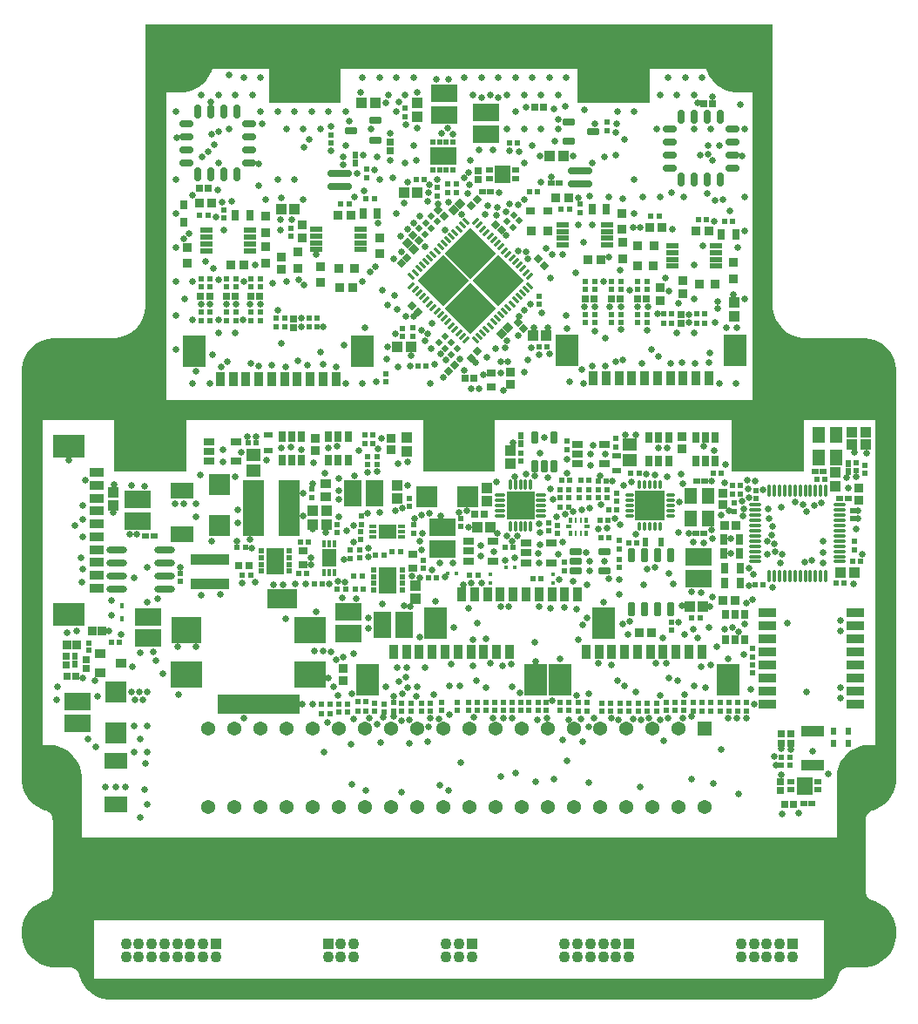
<source format=gts>
G04*
G04 #@! TF.GenerationSoftware,Altium Limited,Altium Designer,21.4.1 (30)*
G04*
G04 Layer_Color=8388736*
%FSLAX25Y25*%
%MOIN*%
G70*
G04*
G04 #@! TF.SameCoordinates,52388346-E8D1-4751-8710-1ABE23D8764D*
G04*
G04*
G04 #@! TF.FilePolarity,Negative*
G04*
G01*
G75*
%ADD29R,0.03568X0.03563*%
%ADD31R,0.02047X0.02047*%
%ADD35R,0.02953X0.03937*%
%ADD37R,0.02047X0.02047*%
G04:AMPARAMS|DCode=39|XSize=43.31mil|YSize=23.62mil|CornerRadius=2.01mil|HoleSize=0mil|Usage=FLASHONLY|Rotation=0.000|XOffset=0mil|YOffset=0mil|HoleType=Round|Shape=RoundedRectangle|*
%AMROUNDEDRECTD39*
21,1,0.04331,0.01961,0,0,0.0*
21,1,0.03929,0.02362,0,0,0.0*
1,1,0.00402,0.01965,-0.00980*
1,1,0.00402,-0.01965,-0.00980*
1,1,0.00402,-0.01965,0.00980*
1,1,0.00402,0.01965,0.00980*
%
%ADD39ROUNDEDRECTD39*%
%ADD45R,0.06704X0.10261*%
%ADD51R,0.02362X0.03150*%
%ADD71R,0.08583X0.06378*%
%ADD72R,0.03150X0.03543*%
%ADD73R,0.03591X0.03381*%
%ADD74R,0.08661X0.04331*%
%ADD75R,0.03567X0.03379*%
%ADD76R,0.09921X0.06693*%
%ADD77R,0.01850X0.02205*%
%ADD78R,0.01575X0.01890*%
%ADD102R,0.10261X0.06704*%
%ADD111R,0.03379X0.03567*%
%ADD115R,0.02631X0.02648*%
%ADD120R,0.03543X0.03150*%
%ADD121R,0.03381X0.03591*%
%ADD125R,0.06693X0.09921*%
%ADD126R,0.02205X0.01850*%
%ADD127R,0.02172X0.02172*%
%ADD128R,0.02172X0.02368*%
%ADD129R,0.02172X0.02172*%
%ADD130R,0.02605X0.02447*%
%ADD131R,0.02447X0.02447*%
%ADD132R,0.02447X0.02605*%
%ADD133O,0.01384X0.05321*%
%ADD134O,0.05321X0.01384*%
%ADD135R,0.03943X0.04140*%
%ADD136R,0.02447X0.02447*%
%ADD137R,0.02605X0.03747*%
%ADD138R,0.01384X0.03156*%
%ADD139R,0.05715X0.06896*%
%ADD140R,0.08668X0.12211*%
%ADD141R,0.03550X0.05518*%
%ADD142R,0.08274X0.08274*%
%ADD143R,0.11424X0.11424*%
%ADD144O,0.03550X0.01384*%
%ADD145O,0.01384X0.03550*%
%ADD146R,0.05124X0.05912*%
%ADD147R,0.04140X0.03943*%
%ADD148R,0.08274X0.21266*%
%ADD149R,0.03353X0.03747*%
%ADD150R,0.04140X0.03550*%
%ADD151R,0.03156X0.03943*%
%ADD152R,0.03550X0.02762*%
%ADD153R,0.02368X0.03353*%
%ADD154R,0.02762X0.02565*%
%ADD155P,0.03628X4X90.0*%
%ADD156R,0.02368X0.02565*%
%ADD157R,0.06896X0.03392*%
%ADD158R,0.02762X0.04140*%
%ADD159R,0.03943X0.03550*%
%ADD160R,0.01384X0.01817*%
%ADD161R,0.03943X0.02959*%
%ADD162O,0.07880X0.02762*%
%ADD163R,0.03156X0.01384*%
%ADD164R,0.06896X0.05715*%
G04:AMPARAMS|DCode=165|XSize=24mil|YSize=54mil|CornerRadius=7mil|HoleSize=0mil|Usage=FLASHONLY|Rotation=180.000|XOffset=0mil|YOffset=0mil|HoleType=Round|Shape=RoundedRectangle|*
%AMROUNDEDRECTD165*
21,1,0.02400,0.04000,0,0,180.0*
21,1,0.01000,0.05400,0,0,180.0*
1,1,0.01400,-0.00500,0.02000*
1,1,0.01400,0.00500,0.02000*
1,1,0.01400,0.00500,-0.02000*
1,1,0.01400,-0.00500,-0.02000*
%
%ADD165ROUNDEDRECTD165*%
G04:AMPARAMS|DCode=166|XSize=24mil|YSize=54mil|CornerRadius=7mil|HoleSize=0mil|Usage=FLASHONLY|Rotation=90.000|XOffset=0mil|YOffset=0mil|HoleType=Round|Shape=RoundedRectangle|*
%AMROUNDEDRECTD166*
21,1,0.02400,0.04000,0,0,90.0*
21,1,0.01000,0.05400,0,0,90.0*
1,1,0.01400,0.02000,0.00500*
1,1,0.01400,0.02000,-0.00500*
1,1,0.01400,-0.02000,-0.00500*
1,1,0.01400,-0.02000,0.00500*
%
%ADD166ROUNDEDRECTD166*%
%ADD167R,0.02480X0.01378*%
%ADD168R,0.00984X0.02264*%
%ADD169R,0.01181X0.02264*%
%ADD170R,0.31502X0.07487*%
%ADD171R,0.11817X0.07487*%
%ADD172R,0.12211X0.10243*%
%ADD173R,0.11424X0.10243*%
G04:AMPARAMS|DCode=174|XSize=21.72mil|YSize=49.28mil|CornerRadius=3.95mil|HoleSize=0mil|Usage=FLASHONLY|Rotation=90.000|XOffset=0mil|YOffset=0mil|HoleType=Round|Shape=RoundedRectangle|*
%AMROUNDEDRECTD174*
21,1,0.02172,0.04138,0,0,90.0*
21,1,0.01382,0.04928,0,0,90.0*
1,1,0.00790,0.02069,0.00691*
1,1,0.00790,0.02069,-0.00691*
1,1,0.00790,-0.02069,-0.00691*
1,1,0.00790,-0.02069,0.00691*
%
%ADD174ROUNDEDRECTD174*%
%ADD175R,0.02565X0.01975*%
%ADD176R,0.05912X0.06502*%
G04:AMPARAMS|DCode=177|XSize=27.62mil|YSize=43.37mil|CornerRadius=4.01mil|HoleSize=0mil|Usage=FLASHONLY|Rotation=270.000|XOffset=0mil|YOffset=0mil|HoleType=Round|Shape=RoundedRectangle|*
%AMROUNDEDRECTD177*
21,1,0.02762,0.03535,0,0,270.0*
21,1,0.01961,0.04337,0,0,270.0*
1,1,0.00802,-0.01768,-0.00980*
1,1,0.00802,-0.01768,0.00980*
1,1,0.00802,0.01768,0.00980*
1,1,0.00802,0.01768,-0.00980*
%
%ADD177ROUNDEDRECTD177*%
G04:AMPARAMS|DCode=178|XSize=27.62mil|YSize=43.37mil|CornerRadius=4.01mil|HoleSize=0mil|Usage=FLASHONLY|Rotation=180.000|XOffset=0mil|YOffset=0mil|HoleType=Round|Shape=RoundedRectangle|*
%AMROUNDEDRECTD178*
21,1,0.02762,0.03535,0,0,180.0*
21,1,0.01961,0.04337,0,0,180.0*
1,1,0.00802,-0.00980,0.01768*
1,1,0.00802,0.00980,0.01768*
1,1,0.00802,0.00980,-0.01768*
1,1,0.00802,-0.00980,-0.01768*
%
%ADD178ROUNDEDRECTD178*%
G04:AMPARAMS|DCode=179|XSize=25.65mil|YSize=53.21mil|CornerRadius=3.95mil|HoleSize=0mil|Usage=FLASHONLY|Rotation=180.000|XOffset=0mil|YOffset=0mil|HoleType=Round|Shape=RoundedRectangle|*
%AMROUNDEDRECTD179*
21,1,0.02565,0.04532,0,0,180.0*
21,1,0.01776,0.05321,0,0,180.0*
1,1,0.00790,-0.00888,0.02266*
1,1,0.00790,0.00888,0.02266*
1,1,0.00790,0.00888,-0.02266*
1,1,0.00790,-0.00888,-0.02266*
%
%ADD179ROUNDEDRECTD179*%
%ADD180O,0.04140X0.01384*%
%ADD181R,0.10636X0.10636*%
%ADD182O,0.01384X0.04140*%
%ADD183R,0.05715X0.04534*%
%ADD184R,0.02841X0.02998*%
%ADD185R,0.03077X0.02920*%
%ADD186R,0.03471X0.03313*%
%ADD187R,0.03392X0.03235*%
G04:AMPARAMS|DCode=188|XSize=13.84mil|YSize=35.5mil|CornerRadius=0mil|HoleSize=0mil|Usage=FLASHONLY|Rotation=135.000|XOffset=0mil|YOffset=0mil|HoleType=Round|Shape=Round|*
%AMOVALD188*
21,1,0.02165,0.01384,0.00000,0.00000,225.0*
1,1,0.01384,0.00766,0.00766*
1,1,0.01384,-0.00766,-0.00766*
%
%ADD188OVALD188*%

%ADD189P,0.19496X4X90.0*%
G04:AMPARAMS|DCode=190|XSize=13.84mil|YSize=35.5mil|CornerRadius=0mil|HoleSize=0mil|Usage=FLASHONLY|Rotation=45.000|XOffset=0mil|YOffset=0mil|HoleType=Round|Shape=Round|*
%AMOVALD190*
21,1,0.02165,0.01384,0.00000,0.00000,135.0*
1,1,0.01384,0.00766,-0.00766*
1,1,0.01384,-0.00766,0.00766*
%
%ADD190OVALD190*%

%ADD191R,0.14967X0.04337*%
%ADD192O,0.09455X0.02762*%
%ADD193R,0.02998X0.02841*%
%ADD194P,0.03461X4X180.0*%
%ADD195R,0.02920X0.03077*%
%ADD196P,0.03461X4X270.0*%
G04:AMPARAMS|DCode=197|XSize=28.41mil|YSize=29.98mil|CornerRadius=0mil|HoleSize=0mil|Usage=FLASHONLY|Rotation=135.000|XOffset=0mil|YOffset=0mil|HoleType=Round|Shape=Rectangle|*
%AMROTATEDRECTD197*
4,1,4,0.02065,0.00056,-0.00056,-0.02065,-0.02065,-0.00056,0.00056,0.02065,0.02065,0.00056,0.0*
%
%ADD197ROTATEDRECTD197*%

G04:AMPARAMS|DCode=198|XSize=28.41mil|YSize=29.98mil|CornerRadius=0mil|HoleSize=0mil|Usage=FLASHONLY|Rotation=45.000|XOffset=0mil|YOffset=0mil|HoleType=Round|Shape=Rectangle|*
%AMROTATEDRECTD198*
4,1,4,0.00056,-0.02065,-0.02065,0.00056,-0.00056,0.02065,0.02065,-0.00056,0.00056,-0.02065,0.0*
%
%ADD198ROTATEDRECTD198*%

%ADD199R,0.08274X0.08274*%
%ADD200R,0.01817X0.01384*%
%ADD201R,0.12211X0.08668*%
%ADD202R,0.05518X0.03550*%
%ADD203R,0.02368X0.02172*%
%ADD204R,0.02565X0.02368*%
%ADD205R,0.02565X0.02565*%
%ADD206R,0.03353X0.02368*%
%ADD207R,0.03747X0.03353*%
%ADD208P,0.03071X4X270.0*%
%ADD209P,0.03071X4X360.0*%
%ADD210P,0.03628X4X360.0*%
%ADD211C,0.05400*%
%ADD212R,0.05400X0.05400*%
%ADD213C,0.00400*%
%ADD214C,0.04337*%
%ADD215R,0.04337X0.04337*%
%ADD216C,0.02600*%
%ADD217C,0.02802*%
%ADD218C,0.02368*%
%ADD219C,0.02762*%
G36*
X351952Y315982D02*
X351978Y315164D01*
X352192Y313543D01*
X352615Y311964D01*
X353241Y310453D01*
X354058Y309037D01*
X355054Y307740D01*
X356210Y306584D01*
X357507Y305588D01*
X358923Y304771D01*
X360434Y304145D01*
X362013Y303722D01*
X363634Y303509D01*
X364452Y303482D01*
X387515D01*
X389140Y303268D01*
X390722Y302844D01*
X392236Y302217D01*
X393655Y301397D01*
X394955Y300400D01*
X396114Y299241D01*
X397111Y297941D01*
X397931Y296522D01*
X398558Y295008D01*
X398982Y293426D01*
X399196Y291801D01*
Y290982D01*
Y134861D01*
Y133854D01*
X398874Y131867D01*
X398238Y129957D01*
X397305Y128174D01*
X396098Y126562D01*
X394649Y125165D01*
X392995Y124017D01*
X391179Y123149D01*
X390214Y122866D01*
X389914Y122765D01*
X389344Y122492D01*
X388825Y122132D01*
X388370Y121693D01*
X387991Y121187D01*
X387698Y120627D01*
X387498Y120028D01*
X387397Y119404D01*
X387385Y119088D01*
Y92207D01*
X387397Y91891D01*
X387498Y91267D01*
X387698Y90667D01*
X387991Y90107D01*
X388370Y89601D01*
X388825Y89163D01*
X389344Y88802D01*
X389914Y88530D01*
X390214Y88429D01*
X390214Y88429D01*
X391179Y88145D01*
X392995Y87277D01*
X394649Y86129D01*
X396098Y84732D01*
X397305Y83121D01*
X398238Y81337D01*
X398874Y79427D01*
X399196Y77440D01*
Y74611D01*
X398982Y72987D01*
X398558Y71404D01*
X397931Y69890D01*
X397111Y68471D01*
X396114Y67171D01*
X394955Y66013D01*
X393655Y65015D01*
X392236Y64196D01*
X390722Y63569D01*
X389140Y63144D01*
X387515Y62931D01*
X380996D01*
X380669Y62917D01*
X380026Y62809D01*
X379409Y62597D01*
X378835Y62285D01*
X378321Y61883D01*
X377881Y61401D01*
X377526Y60854D01*
X377321Y60381D01*
X377266Y60255D01*
X377174Y59941D01*
X377175Y59941D01*
X376924Y58932D01*
X376097Y57025D01*
X374966Y55280D01*
X373563Y53746D01*
X371925Y52464D01*
X370098Y51471D01*
X368132Y50794D01*
X366082Y50450D01*
X97664D01*
X95613Y50794D01*
X93647Y51471D01*
X91821Y52464D01*
X90183Y53746D01*
X88779Y55280D01*
X87648Y57025D01*
X86821Y58932D01*
X86571Y59941D01*
X86479Y60255D01*
X86220Y60854D01*
X85865Y61401D01*
X85424Y61883D01*
X84910Y62285D01*
X84337Y62597D01*
X83720Y62809D01*
X83076Y62917D01*
X82750Y62931D01*
X76231D01*
X74606Y63144D01*
X73023Y63569D01*
X71509Y64196D01*
X70091Y65015D01*
X68791Y66013D01*
X67632Y67171D01*
X66634Y68471D01*
X65815Y69890D01*
X65188Y71404D01*
X64764Y72987D01*
X64550Y74611D01*
Y77440D01*
X64872Y79427D01*
X65508Y81337D01*
X66441Y83121D01*
X67648Y84732D01*
X69096Y86129D01*
X70750Y87277D01*
X72566Y88145D01*
X73532Y88429D01*
X73532Y88429D01*
X73832Y88530D01*
X74402Y88802D01*
X74921Y89163D01*
X75376Y89601D01*
X75755Y90107D01*
X76048Y90667D01*
X76247Y91267D01*
X76348Y91891D01*
X76361Y92207D01*
Y119088D01*
X76348Y119404D01*
X76247Y120028D01*
X76048Y120627D01*
X75755Y121187D01*
X75376Y121693D01*
X74921Y122132D01*
X74402Y122492D01*
X73832Y122765D01*
X73532Y122866D01*
X72566Y123149D01*
X70750Y124017D01*
X69096Y125165D01*
X67648Y126562D01*
X66441Y128174D01*
X65508Y129957D01*
X64872Y131867D01*
X64550Y133854D01*
Y134861D01*
Y290982D01*
Y291801D01*
X64764Y293426D01*
X65188Y295008D01*
X65815Y296522D01*
X66634Y297941D01*
X67632Y299241D01*
X68791Y300400D01*
X70091Y301397D01*
X71509Y302217D01*
X73023Y302844D01*
X74606Y303268D01*
X76231Y303482D01*
X99294D01*
X100112Y303509D01*
X101733Y303722D01*
X103312Y304145D01*
X104823Y304771D01*
X106239Y305588D01*
X107536Y306584D01*
X108692Y307740D01*
X109687Y309037D01*
X110505Y310453D01*
X111131Y311964D01*
X111554Y313543D01*
X111767Y315164D01*
X111794Y315982D01*
Y423403D01*
X351952D01*
Y315982D01*
D02*
G37*
%LPC*%
G36*
X304724Y406378D02*
Y393543D01*
X277165D01*
Y406378D01*
X186614D01*
Y393543D01*
X159055D01*
Y406378D01*
X137402D01*
X137402Y406378D01*
X137076Y405434D01*
X136204Y403639D01*
X135058Y402006D01*
X133666Y400576D01*
X132065Y399385D01*
X130294Y398465D01*
X128400Y397838D01*
X126430Y397520D01*
X125432Y397480D01*
X119685D01*
Y279921D01*
X344094D01*
Y397480D01*
X338348D01*
X337350Y397520D01*
X335380Y397838D01*
X333485Y398465D01*
X331715Y399385D01*
X330113Y400576D01*
X328722Y402006D01*
X327575Y403639D01*
X326704Y405434D01*
X326378Y406378D01*
X304724Y406378D01*
D02*
G37*
G36*
X391339Y272060D02*
X363779D01*
Y252375D01*
X336221D01*
Y272060D01*
X245669D01*
Y252375D01*
X218110D01*
Y272060D01*
X127559D01*
Y252375D01*
X100000D01*
Y272060D01*
X72441D01*
Y147874D01*
X74902D01*
X75719Y147847D01*
X77340Y147634D01*
X78920Y147211D01*
X80430Y146585D01*
X81846Y145767D01*
X83143Y144772D01*
X84300Y143616D01*
X85295Y142319D01*
X86112Y140903D01*
X86738Y139392D01*
X87161Y137813D01*
X87375Y136191D01*
X87402Y135374D01*
Y112598D01*
X376378D01*
Y135374D01*
X376405Y136191D01*
X376618Y137813D01*
X377041Y139392D01*
X377667Y140903D01*
X378485Y142319D01*
X379480Y143616D01*
X380636Y144772D01*
X381933Y145767D01*
X383349Y146585D01*
X384860Y147211D01*
X386439Y147634D01*
X388060Y147847D01*
X388878Y147874D01*
X391339D01*
Y272060D01*
D02*
G37*
G36*
X371633Y80710D02*
X92105D01*
Y58309D01*
X371633D01*
Y80710D01*
D02*
G37*
%LPD*%
D29*
X384700Y246264D02*
D03*
Y241536D02*
D03*
X176700Y265164D02*
D03*
Y260436D02*
D03*
X317200Y261136D02*
D03*
Y265864D02*
D03*
D31*
X274127Y352787D02*
D03*
X270977D02*
D03*
X135698Y350317D02*
D03*
X132548D02*
D03*
X326661Y348879D02*
D03*
X323512D02*
D03*
X189775Y354900D02*
D03*
X186625D02*
D03*
X308398Y350104D02*
D03*
X305248D02*
D03*
D35*
X339053Y226600D02*
D03*
X333147D02*
D03*
X333347Y221100D02*
D03*
X339253D02*
D03*
X339353Y215500D02*
D03*
X333447D02*
D03*
X339453Y209800D02*
D03*
X333547D02*
D03*
D37*
X167545Y345511D02*
D03*
Y342361D02*
D03*
D39*
X287418Y262840D02*
D03*
Y255360D02*
D03*
X277182D02*
D03*
Y259100D02*
D03*
Y262840D02*
D03*
X146519Y263782D02*
D03*
Y256301D02*
D03*
X136283D02*
D03*
Y260041D02*
D03*
Y263782D02*
D03*
D45*
X191139Y243996D02*
D03*
X199412D02*
D03*
X202664Y193900D02*
D03*
X210936D02*
D03*
D51*
X375046Y148600D02*
D03*
X380754D02*
D03*
X375046Y153200D02*
D03*
X380754D02*
D03*
D71*
X125689Y245216D02*
D03*
Y228602D02*
D03*
X100492Y125059D02*
D03*
Y141673D02*
D03*
D72*
X126500Y347853D02*
D03*
Y354546D02*
D03*
D73*
X157700Y332242D02*
D03*
Y338358D02*
D03*
X294205Y345004D02*
D03*
Y351120D02*
D03*
X157800Y343842D02*
D03*
Y349958D02*
D03*
X336817Y326268D02*
D03*
Y332384D02*
D03*
X201400Y335742D02*
D03*
Y341858D02*
D03*
X178800Y324742D02*
D03*
Y330858D02*
D03*
X128000Y338258D02*
D03*
Y332142D02*
D03*
X170301Y330248D02*
D03*
Y336364D02*
D03*
X294400Y333942D02*
D03*
Y340058D02*
D03*
D74*
X367100Y140204D02*
D03*
Y153196D02*
D03*
D75*
X305468Y190900D02*
D03*
X300932D02*
D03*
X332932Y203200D02*
D03*
X337468D02*
D03*
X333432Y231800D02*
D03*
X337968D02*
D03*
D76*
X225700Y373100D02*
D03*
D77*
X221861Y378494D02*
D03*
X224420D02*
D03*
X226979D02*
D03*
X229539D02*
D03*
Y367706D02*
D03*
X226979D02*
D03*
X224420D02*
D03*
X221861D02*
D03*
D78*
X103000Y196002D02*
D03*
Y201198D02*
D03*
D102*
X85900Y164336D02*
D03*
Y156064D02*
D03*
X189400Y198836D02*
D03*
Y190564D02*
D03*
X112900Y188664D02*
D03*
Y196936D02*
D03*
X109000Y241836D02*
D03*
Y233564D02*
D03*
X225400Y222764D02*
D03*
Y231036D02*
D03*
X323400Y219636D02*
D03*
Y211364D02*
D03*
X242126Y381494D02*
D03*
Y389766D02*
D03*
X226200Y397136D02*
D03*
Y388864D02*
D03*
D111*
X187564Y172503D02*
D03*
Y177039D02*
D03*
X251673Y285823D02*
D03*
Y290359D02*
D03*
X205906Y260724D02*
D03*
Y265260D02*
D03*
X332900Y244268D02*
D03*
Y239732D02*
D03*
D115*
X151543Y216372D02*
D03*
X147589D02*
D03*
D120*
X259053Y352000D02*
D03*
X265746D02*
D03*
D121*
X300242Y338700D02*
D03*
X306358D02*
D03*
X259642Y344500D02*
D03*
X265758D02*
D03*
X329858Y324100D02*
D03*
X323742D02*
D03*
X191863Y330156D02*
D03*
X185747D02*
D03*
X300142Y331000D02*
D03*
X306258D02*
D03*
D125*
X161452Y218225D02*
D03*
X204625Y210928D02*
D03*
D126*
X166846Y222063D02*
D03*
Y219504D02*
D03*
Y216945D02*
D03*
Y214386D02*
D03*
X156058D02*
D03*
Y216945D02*
D03*
Y219504D02*
D03*
Y222063D02*
D03*
X210018Y214766D02*
D03*
Y212207D02*
D03*
Y209648D02*
D03*
Y207089D02*
D03*
X199231D02*
D03*
Y209648D02*
D03*
Y212207D02*
D03*
Y214766D02*
D03*
D127*
X383900Y255775D02*
D03*
Y252625D02*
D03*
X337200Y237225D02*
D03*
Y240375D02*
D03*
X345400Y245275D02*
D03*
Y242125D02*
D03*
X272100Y217675D02*
D03*
Y214525D02*
D03*
X227405Y359261D02*
D03*
Y362411D02*
D03*
X293100Y218775D02*
D03*
Y215625D02*
D03*
X199358Y160736D02*
D03*
Y163886D02*
D03*
X206740Y164079D02*
D03*
Y160930D02*
D03*
X209988Y160736D02*
D03*
Y163886D02*
D03*
X213531Y163886D02*
D03*
Y160736D02*
D03*
X217469Y163886D02*
D03*
Y160736D02*
D03*
X225342Y161130D02*
D03*
Y164279D02*
D03*
X231248Y161130D02*
D03*
Y164279D02*
D03*
X235479Y164279D02*
D03*
Y161130D02*
D03*
X242272Y164279D02*
D03*
Y161130D02*
D03*
X248865Y161130D02*
D03*
Y164279D02*
D03*
X255364Y164279D02*
D03*
Y161130D02*
D03*
X262057Y161130D02*
D03*
Y164279D02*
D03*
X270500Y161025D02*
D03*
Y164175D02*
D03*
X277400Y163975D02*
D03*
Y160825D02*
D03*
X281000Y160825D02*
D03*
Y163975D02*
D03*
X286447Y163886D02*
D03*
Y160736D02*
D03*
X296996Y163886D02*
D03*
Y160736D02*
D03*
X300539Y160736D02*
D03*
Y163886D02*
D03*
X307526Y163886D02*
D03*
Y160736D02*
D03*
X314500Y164175D02*
D03*
Y161025D02*
D03*
X321500Y160925D02*
D03*
Y164075D02*
D03*
X324900Y164075D02*
D03*
Y160925D02*
D03*
X331700Y160925D02*
D03*
Y164075D02*
D03*
X338500Y160950D02*
D03*
Y164100D02*
D03*
X238728Y164279D02*
D03*
Y161130D02*
D03*
X245521Y164279D02*
D03*
Y161130D02*
D03*
X258613Y161130D02*
D03*
Y164279D02*
D03*
X335100Y164075D02*
D03*
Y160925D02*
D03*
X318000Y164175D02*
D03*
Y161025D02*
D03*
X341800Y160925D02*
D03*
Y164075D02*
D03*
X265306Y164279D02*
D03*
Y161130D02*
D03*
X311200Y164150D02*
D03*
Y161000D02*
D03*
X274000Y164175D02*
D03*
Y161025D02*
D03*
X203346Y163583D02*
D03*
Y160433D02*
D03*
X289990Y160736D02*
D03*
Y163886D02*
D03*
X221012Y163886D02*
D03*
Y160736D02*
D03*
X328300Y160925D02*
D03*
Y164075D02*
D03*
X303789Y163886D02*
D03*
Y160736D02*
D03*
X252114Y161130D02*
D03*
Y164279D02*
D03*
X200492Y255020D02*
D03*
Y258169D02*
D03*
X185138Y229134D02*
D03*
Y232283D02*
D03*
X194300Y229475D02*
D03*
Y226325D02*
D03*
X194506Y232286D02*
D03*
Y235436D02*
D03*
X125315Y213464D02*
D03*
Y210315D02*
D03*
X218200Y215325D02*
D03*
Y218475D02*
D03*
X292200Y244275D02*
D03*
Y241125D02*
D03*
X293100Y222925D02*
D03*
Y226075D02*
D03*
X262400Y316325D02*
D03*
Y319475D02*
D03*
X223600Y361075D02*
D03*
Y357925D02*
D03*
X230948Y359261D02*
D03*
Y362411D02*
D03*
X133107Y326107D02*
D03*
Y322958D02*
D03*
X142849Y326207D02*
D03*
Y323058D02*
D03*
X152298Y326107D02*
D03*
Y322958D02*
D03*
X280161Y322129D02*
D03*
Y325278D02*
D03*
X290210Y322129D02*
D03*
Y325278D02*
D03*
X300259Y322129D02*
D03*
Y325278D02*
D03*
X136650Y326107D02*
D03*
Y322958D02*
D03*
X146392Y326207D02*
D03*
Y323058D02*
D03*
X155841Y326107D02*
D03*
Y322958D02*
D03*
X283705Y322129D02*
D03*
Y325278D02*
D03*
X293754Y322129D02*
D03*
Y325278D02*
D03*
X303802Y322129D02*
D03*
Y325278D02*
D03*
X293500Y163850D02*
D03*
Y160700D02*
D03*
X210300Y307275D02*
D03*
Y304125D02*
D03*
X214200Y307375D02*
D03*
Y304225D02*
D03*
D128*
X387200Y254776D02*
D03*
Y251824D02*
D03*
X90231Y183968D02*
D03*
Y186921D02*
D03*
X203937Y286909D02*
D03*
Y289862D02*
D03*
X270438Y242495D02*
D03*
Y245448D02*
D03*
X277918Y242495D02*
D03*
Y245448D02*
D03*
X285299Y242495D02*
D03*
Y245448D02*
D03*
D129*
X336425Y247100D02*
D03*
X339575D02*
D03*
X336525Y243900D02*
D03*
X339675D02*
D03*
X385575Y218000D02*
D03*
X382425D02*
D03*
X355325Y140000D02*
D03*
X358475D02*
D03*
X355325Y143200D02*
D03*
X358475D02*
D03*
X191625Y212400D02*
D03*
X194775D02*
D03*
X182390Y159949D02*
D03*
X179240D02*
D03*
X189122Y160343D02*
D03*
X185972D02*
D03*
X196209Y164378D02*
D03*
X193059D02*
D03*
X193059Y160835D02*
D03*
X196209D02*
D03*
X182429Y163492D02*
D03*
X179279D02*
D03*
X189122Y163592D02*
D03*
X185972D02*
D03*
X270625Y238800D02*
D03*
X273775D02*
D03*
X171096Y225575D02*
D03*
X174246D02*
D03*
X170491Y213372D02*
D03*
X173641D02*
D03*
X148991Y212772D02*
D03*
X152141D02*
D03*
X203075Y220300D02*
D03*
X199925D02*
D03*
X209467Y221656D02*
D03*
X206317D02*
D03*
X98719Y187278D02*
D03*
X101868D02*
D03*
X192025Y207400D02*
D03*
X195175D02*
D03*
X239075Y212700D02*
D03*
X235925D02*
D03*
X263275Y211600D02*
D03*
X260125D02*
D03*
X285725Y233700D02*
D03*
X288875D02*
D03*
X299975Y225100D02*
D03*
X296825D02*
D03*
X297550Y251900D02*
D03*
X300700D02*
D03*
X161883Y307643D02*
D03*
X165032D02*
D03*
X313234Y309271D02*
D03*
X310084D02*
D03*
X161883Y311186D02*
D03*
X165032D02*
D03*
X313234Y312814D02*
D03*
X310084D02*
D03*
X219200Y292800D02*
D03*
X216050D02*
D03*
D130*
X377665Y242200D02*
D03*
X380735D02*
D03*
X368265Y252600D02*
D03*
X371335D02*
D03*
X325465Y228634D02*
D03*
X322394D02*
D03*
X111965Y227700D02*
D03*
X115035D02*
D03*
X322787Y248713D02*
D03*
X325858D02*
D03*
D131*
X383100Y222525D02*
D03*
Y225675D02*
D03*
X382400Y237575D02*
D03*
Y234425D02*
D03*
X273688Y245546D02*
D03*
Y242397D02*
D03*
X281462Y245546D02*
D03*
Y242397D02*
D03*
X288548Y245546D02*
D03*
Y242397D02*
D03*
X266100Y229625D02*
D03*
Y232775D02*
D03*
X214589Y231991D02*
D03*
Y228841D02*
D03*
X193900Y222475D02*
D03*
Y219325D02*
D03*
X212992Y238976D02*
D03*
Y242126D02*
D03*
X255610Y256299D02*
D03*
Y259449D02*
D03*
X196500Y367975D02*
D03*
Y364825D02*
D03*
X288500Y385975D02*
D03*
Y382825D02*
D03*
X182800Y378125D02*
D03*
Y381275D02*
D03*
X291800Y261925D02*
D03*
Y265075D02*
D03*
X278064Y351606D02*
D03*
Y354755D02*
D03*
X141715Y349438D02*
D03*
Y352588D02*
D03*
X232677Y231299D02*
D03*
Y234449D02*
D03*
X269400Y228625D02*
D03*
Y231775D02*
D03*
X175591Y242539D02*
D03*
Y245689D02*
D03*
X344100Y181525D02*
D03*
Y184675D02*
D03*
Y178575D02*
D03*
Y175425D02*
D03*
X313300Y191625D02*
D03*
Y194775D02*
D03*
X196684Y258161D02*
D03*
Y255011D02*
D03*
X190300Y222375D02*
D03*
Y219225D02*
D03*
X136650Y310159D02*
D03*
Y313309D02*
D03*
X146392Y310259D02*
D03*
Y313409D02*
D03*
X155841Y310159D02*
D03*
Y313309D02*
D03*
X283705Y312480D02*
D03*
Y309330D02*
D03*
X293754Y312480D02*
D03*
Y309330D02*
D03*
X303802Y312480D02*
D03*
Y309330D02*
D03*
X133107Y310159D02*
D03*
Y313309D02*
D03*
X142849Y310259D02*
D03*
Y313409D02*
D03*
X152298Y310159D02*
D03*
Y313309D02*
D03*
X280161Y312480D02*
D03*
Y309330D02*
D03*
X290210Y312480D02*
D03*
Y309330D02*
D03*
X300259Y312480D02*
D03*
Y309330D02*
D03*
X273200Y264075D02*
D03*
Y260925D02*
D03*
X211300Y388250D02*
D03*
Y391400D02*
D03*
D132*
X380700Y252465D02*
D03*
Y255535D02*
D03*
D133*
X350573Y212560D02*
D03*
X352542D02*
D03*
X354510D02*
D03*
X356479D02*
D03*
X358447D02*
D03*
X360416D02*
D03*
X362384D02*
D03*
X364353D02*
D03*
X366321D02*
D03*
X368290D02*
D03*
X370258D02*
D03*
X372227D02*
D03*
Y245040D02*
D03*
X370258D02*
D03*
X368290D02*
D03*
X366321D02*
D03*
X364353D02*
D03*
X362384D02*
D03*
X360416D02*
D03*
X358447D02*
D03*
X356479D02*
D03*
X354510D02*
D03*
X352542D02*
D03*
X350573D02*
D03*
D134*
X377640Y217973D02*
D03*
Y219942D02*
D03*
Y221910D02*
D03*
Y223879D02*
D03*
Y225847D02*
D03*
Y227816D02*
D03*
Y229784D02*
D03*
Y231753D02*
D03*
Y233721D02*
D03*
Y235690D02*
D03*
Y237658D02*
D03*
Y239627D02*
D03*
X345160D02*
D03*
Y237658D02*
D03*
Y235690D02*
D03*
Y233721D02*
D03*
Y231753D02*
D03*
Y229784D02*
D03*
Y227816D02*
D03*
Y225847D02*
D03*
Y223879D02*
D03*
Y221910D02*
D03*
Y219942D02*
D03*
Y217973D02*
D03*
D135*
X387359Y262700D02*
D03*
X382241D02*
D03*
X387359Y267500D02*
D03*
X382241D02*
D03*
X377941Y213700D02*
D03*
X383059D02*
D03*
X260227Y304459D02*
D03*
X265345D02*
D03*
X271775Y372991D02*
D03*
X266657D02*
D03*
X199759Y393300D02*
D03*
X194641D02*
D03*
X163841Y352800D02*
D03*
X168959D02*
D03*
X243859Y231100D02*
D03*
X238741D02*
D03*
X215959Y359100D02*
D03*
X210841D02*
D03*
X320067Y200894D02*
D03*
X325185D02*
D03*
X208341Y300000D02*
D03*
X213459D02*
D03*
D136*
X329073Y251627D02*
D03*
X332222D02*
D03*
X368825Y249500D02*
D03*
X371975D02*
D03*
X379175Y209700D02*
D03*
X376025D02*
D03*
X345025Y209200D02*
D03*
X348175D02*
D03*
X218614Y364100D02*
D03*
X215465D02*
D03*
X195725Y266600D02*
D03*
X198875D02*
D03*
X179675Y209600D02*
D03*
X176525D02*
D03*
X150141Y223472D02*
D03*
X146991D02*
D03*
X188475Y207600D02*
D03*
X185325D02*
D03*
X261975Y359500D02*
D03*
X258825D02*
D03*
X265542Y300128D02*
D03*
X262392D02*
D03*
X154300Y263500D02*
D03*
X151150D02*
D03*
X336575Y348200D02*
D03*
X333425D02*
D03*
X199396Y356694D02*
D03*
X196246D02*
D03*
X286025Y227200D02*
D03*
X289175D02*
D03*
X252675Y223300D02*
D03*
X249525D02*
D03*
X220185Y211917D02*
D03*
X223335D02*
D03*
X292272Y237902D02*
D03*
X289122D02*
D03*
X321002Y196384D02*
D03*
X324151D02*
D03*
X251181Y378051D02*
D03*
X254331D02*
D03*
X177631Y311186D02*
D03*
X174481D02*
D03*
X322682Y312814D02*
D03*
X325832D02*
D03*
X177631Y307643D02*
D03*
X174481D02*
D03*
X322682Y309271D02*
D03*
X325832D02*
D03*
D137*
X341340Y197723D02*
D03*
X337600D02*
D03*
X333860D02*
D03*
Y188077D02*
D03*
X337600D02*
D03*
X341340D02*
D03*
D138*
X180231Y213670D02*
D03*
X182200D02*
D03*
X184169D02*
D03*
Y224930D02*
D03*
X182200D02*
D03*
X180231D02*
D03*
D139*
X182200Y219300D02*
D03*
D140*
X222861Y194473D02*
D03*
X287231D02*
D03*
X196799Y172744D02*
D03*
X261169D02*
D03*
X270421D02*
D03*
X334791D02*
D03*
X273143Y298906D02*
D03*
X337513D02*
D03*
X130439Y298527D02*
D03*
X194809D02*
D03*
D141*
X232900Y205300D02*
D03*
X237821D02*
D03*
X242742D02*
D03*
X247664D02*
D03*
X277191D02*
D03*
X272270D02*
D03*
X267349D02*
D03*
X262428D02*
D03*
X257506D02*
D03*
X252585D02*
D03*
X206838Y183571D02*
D03*
X211760D02*
D03*
X216681D02*
D03*
X221602D02*
D03*
X251130D02*
D03*
X246209D02*
D03*
X241287D02*
D03*
X236366D02*
D03*
X231445D02*
D03*
X226524D02*
D03*
X280461D02*
D03*
X285382D02*
D03*
X290303D02*
D03*
X295224D02*
D03*
X324752D02*
D03*
X319831D02*
D03*
X314909D02*
D03*
X309988D02*
D03*
X305067D02*
D03*
X300146D02*
D03*
X307789Y288079D02*
D03*
X302868D02*
D03*
X297947D02*
D03*
X293025D02*
D03*
X288104D02*
D03*
X283183D02*
D03*
X312710D02*
D03*
X317632D02*
D03*
X322553D02*
D03*
X327474D02*
D03*
X165085Y287700D02*
D03*
X160164D02*
D03*
X155243D02*
D03*
X150321D02*
D03*
X145400D02*
D03*
X140479D02*
D03*
X170006D02*
D03*
X174928D02*
D03*
X179849D02*
D03*
X184770D02*
D03*
D142*
X219390Y242815D02*
D03*
X235138D02*
D03*
D143*
X304909Y239476D02*
D03*
D144*
X297036Y235540D02*
D03*
Y237508D02*
D03*
Y239476D02*
D03*
Y241445D02*
D03*
Y243413D02*
D03*
X312784D02*
D03*
Y241445D02*
D03*
Y239476D02*
D03*
Y237508D02*
D03*
Y235540D02*
D03*
D145*
X300973Y247351D02*
D03*
X302941D02*
D03*
X304909D02*
D03*
X306878D02*
D03*
X308846D02*
D03*
Y231603D02*
D03*
X306878D02*
D03*
X304909D02*
D03*
X302941D02*
D03*
X300973D02*
D03*
D146*
X369553Y266331D02*
D03*
Y257669D02*
D03*
X376247D02*
D03*
Y266331D02*
D03*
X320583Y243201D02*
D03*
Y234539D02*
D03*
X327276D02*
D03*
Y243201D02*
D03*
D147*
X376000Y246941D02*
D03*
Y252059D02*
D03*
X181102Y237387D02*
D03*
Y232269D02*
D03*
X176000Y237359D02*
D03*
Y232241D02*
D03*
X215987Y388198D02*
D03*
Y393317D02*
D03*
X242400Y241141D02*
D03*
Y246259D02*
D03*
X215100Y203641D02*
D03*
Y208759D02*
D03*
X251500Y260459D02*
D03*
Y255341D02*
D03*
X211900Y265359D02*
D03*
Y260241D02*
D03*
X208268Y242126D02*
D03*
Y247244D02*
D03*
X337032Y311844D02*
D03*
Y316962D02*
D03*
X99410Y244587D02*
D03*
Y239469D02*
D03*
D148*
X166929Y238602D02*
D03*
X153150D02*
D03*
D149*
X144612Y331338D02*
D03*
X149533D02*
D03*
X273832Y357117D02*
D03*
X268910D02*
D03*
X137328Y354960D02*
D03*
X132407D02*
D03*
X327547Y344548D02*
D03*
X322626D02*
D03*
X190561Y350500D02*
D03*
X185639D02*
D03*
X309677Y345773D02*
D03*
X304756D02*
D03*
X191161Y322900D02*
D03*
X186239D02*
D03*
X281115Y333495D02*
D03*
X286036D02*
D03*
D150*
X180709Y247953D02*
D03*
Y242638D02*
D03*
D151*
X200677Y351194D02*
D03*
X195165D02*
D03*
X282827Y352635D02*
D03*
X288338D02*
D03*
X146324Y350477D02*
D03*
X151835D02*
D03*
X337756Y343200D02*
D03*
X332244D02*
D03*
D152*
X244094Y290059D02*
D03*
Y284941D02*
D03*
X172166Y222031D02*
D03*
Y216913D02*
D03*
X214191Y215554D02*
D03*
Y220672D02*
D03*
D153*
X309053Y225500D02*
D03*
X303147D02*
D03*
D154*
X81747Y174283D02*
D03*
X85094D02*
D03*
D155*
X262047Y333753D02*
D03*
X264553Y331247D02*
D03*
D156*
X192200Y370424D02*
D03*
Y373376D02*
D03*
X255610Y263090D02*
D03*
Y266043D02*
D03*
X84921Y178907D02*
D03*
Y181860D02*
D03*
D157*
X349872Y198500D02*
D03*
X383376Y163500D02*
D03*
Y168500D02*
D03*
Y173500D02*
D03*
Y178500D02*
D03*
Y183500D02*
D03*
Y188500D02*
D03*
Y193500D02*
D03*
Y198500D02*
D03*
X349872Y163500D02*
D03*
Y168500D02*
D03*
Y173500D02*
D03*
Y178500D02*
D03*
Y183500D02*
D03*
Y188500D02*
D03*
Y193500D02*
D03*
D158*
X171562Y265628D02*
D03*
X167822D02*
D03*
X164081D02*
D03*
X171562Y256770D02*
D03*
X167822D02*
D03*
X164081D02*
D03*
X329940Y265429D02*
D03*
X326200D02*
D03*
X322460D02*
D03*
X329940Y256571D02*
D03*
X326200D02*
D03*
X322460D02*
D03*
X189375Y265734D02*
D03*
X185635D02*
D03*
X181895D02*
D03*
X189375Y256875D02*
D03*
X185635D02*
D03*
X181895D02*
D03*
X312027Y265325D02*
D03*
X308286D02*
D03*
X304546D02*
D03*
X312027Y256466D02*
D03*
X308286D02*
D03*
X304546D02*
D03*
D159*
X94585Y182947D02*
D03*
Y175467D02*
D03*
X102459Y179207D02*
D03*
D160*
X267800Y213253D02*
D03*
Y209946D02*
D03*
X243700Y213154D02*
D03*
Y209846D02*
D03*
D161*
X267124Y225040D02*
D03*
Y217560D02*
D03*
X257676D02*
D03*
Y221300D02*
D03*
Y225040D02*
D03*
X244824Y225740D02*
D03*
Y218260D02*
D03*
X235376D02*
D03*
Y222000D02*
D03*
Y225740D02*
D03*
D162*
X100787Y222559D02*
D03*
Y217559D02*
D03*
Y212559D02*
D03*
Y207559D02*
D03*
X119291Y222559D02*
D03*
Y217559D02*
D03*
Y212559D02*
D03*
Y207559D02*
D03*
D163*
X209979Y227562D02*
D03*
Y229530D02*
D03*
Y231499D02*
D03*
X198719D02*
D03*
Y229530D02*
D03*
Y227562D02*
D03*
D164*
X204349Y229530D02*
D03*
D165*
X131900Y366000D02*
D03*
X136900D02*
D03*
X141900D02*
D03*
X146900D02*
D03*
Y390000D02*
D03*
X141900D02*
D03*
X136900D02*
D03*
X131900D02*
D03*
X331856Y388027D02*
D03*
X326856D02*
D03*
X321856D02*
D03*
X316856D02*
D03*
Y364027D02*
D03*
X321856D02*
D03*
X326856D02*
D03*
X331856D02*
D03*
D166*
X151400Y370500D02*
D03*
Y375500D02*
D03*
Y380500D02*
D03*
Y385500D02*
D03*
X127400D02*
D03*
Y380500D02*
D03*
Y375500D02*
D03*
Y370500D02*
D03*
X312356Y383527D02*
D03*
Y378527D02*
D03*
Y373527D02*
D03*
Y368527D02*
D03*
X336356D02*
D03*
Y373527D02*
D03*
Y378527D02*
D03*
Y383527D02*
D03*
D167*
X274014Y231300D02*
D03*
X280786D02*
D03*
D168*
X276416Y233810D02*
D03*
X278384D02*
D03*
Y228790D02*
D03*
X276416D02*
D03*
D169*
X274447Y233810D02*
D03*
X280353D02*
D03*
Y228790D02*
D03*
X274447D02*
D03*
D170*
X155037Y163521D02*
D03*
D171*
X164092Y203679D02*
D03*
D172*
X174722Y191868D02*
D03*
Y174939D02*
D03*
X127478D02*
D03*
D173*
Y191868D02*
D03*
D174*
X194021Y337341D02*
D03*
Y339900D02*
D03*
Y342460D02*
D03*
Y345019D02*
D03*
X177289Y337341D02*
D03*
Y339900D02*
D03*
Y342460D02*
D03*
Y345019D02*
D03*
X288399Y339106D02*
D03*
Y341665D02*
D03*
Y344224D02*
D03*
Y346783D02*
D03*
X271666Y339106D02*
D03*
Y341665D02*
D03*
Y344224D02*
D03*
Y346783D02*
D03*
X151895Y336948D02*
D03*
Y339507D02*
D03*
Y342066D02*
D03*
Y344625D02*
D03*
X135163Y336948D02*
D03*
Y339507D02*
D03*
Y342066D02*
D03*
Y344625D02*
D03*
X330124Y330999D02*
D03*
Y333558D02*
D03*
Y336117D02*
D03*
Y338676D02*
D03*
X313392Y330999D02*
D03*
Y333558D02*
D03*
Y336117D02*
D03*
Y338676D02*
D03*
D175*
X253605Y367720D02*
D03*
Y364570D02*
D03*
X243368Y367720D02*
D03*
Y364570D02*
D03*
X369237Y133782D02*
D03*
Y130632D02*
D03*
X359001Y133782D02*
D03*
Y130632D02*
D03*
D176*
X248486Y366145D02*
D03*
X364119Y132207D02*
D03*
D177*
X190352Y382903D02*
D03*
X199801Y386643D02*
D03*
Y379163D02*
D03*
X283224Y382400D02*
D03*
X273776Y378660D02*
D03*
Y386140D02*
D03*
X287409Y221957D02*
D03*
Y214476D02*
D03*
X276583D02*
D03*
Y218217D02*
D03*
Y221957D02*
D03*
D178*
X260860Y265413D02*
D03*
X268340D02*
D03*
Y254587D02*
D03*
X264600D02*
D03*
X260860D02*
D03*
D179*
X313000Y220335D02*
D03*
X308000D02*
D03*
X303000D02*
D03*
X298000D02*
D03*
X313000Y199665D02*
D03*
X308000D02*
D03*
X303000D02*
D03*
X298000D02*
D03*
D180*
X247391Y241496D02*
D03*
X263335Y243465D02*
D03*
Y241496D02*
D03*
Y239528D02*
D03*
Y237559D02*
D03*
Y235591D02*
D03*
X247391D02*
D03*
Y237559D02*
D03*
Y239528D02*
D03*
Y243465D02*
D03*
D181*
X255363Y239528D02*
D03*
D182*
X259300Y231555D02*
D03*
X257331D02*
D03*
X255363D02*
D03*
X253395D02*
D03*
X251426D02*
D03*
Y247500D02*
D03*
X253395D02*
D03*
X255363D02*
D03*
X257331D02*
D03*
X259300D02*
D03*
D183*
X153100Y258653D02*
D03*
Y252747D02*
D03*
X297300Y262753D02*
D03*
Y256847D02*
D03*
D184*
X316777Y312539D02*
D03*
Y309153D02*
D03*
X89021Y180516D02*
D03*
Y177051D02*
D03*
X205438Y378425D02*
D03*
Y375039D02*
D03*
X168576Y310911D02*
D03*
Y307525D02*
D03*
D185*
X234095Y287992D02*
D03*
X237559D02*
D03*
X359932Y125100D02*
D03*
X356468D02*
D03*
D186*
X85650Y186083D02*
D03*
X81791D02*
D03*
D187*
X91376Y191412D02*
D03*
X95235D02*
D03*
D188*
X259009Y327183D02*
D03*
X257617Y328575D02*
D03*
X256225Y329967D02*
D03*
X254833Y331359D02*
D03*
X253441Y332751D02*
D03*
X252049Y334143D02*
D03*
X250657Y335535D02*
D03*
X249265Y336927D02*
D03*
X247873Y338319D02*
D03*
X246481Y339711D02*
D03*
X245090Y341103D02*
D03*
X243698Y342495D02*
D03*
X242306Y343886D02*
D03*
X240914Y345278D02*
D03*
X239522Y346670D02*
D03*
X238130Y348062D02*
D03*
X234511Y302685D02*
D03*
X233119Y304077D02*
D03*
X231727Y305469D02*
D03*
X230335Y306861D02*
D03*
X228943Y308253D02*
D03*
X227551Y309645D02*
D03*
X226159Y311037D02*
D03*
X224767Y312429D02*
D03*
X223375Y313821D02*
D03*
X221983Y315212D02*
D03*
X220591Y316604D02*
D03*
X219199Y317996D02*
D03*
X217808Y319388D02*
D03*
X216416Y320780D02*
D03*
X215024Y322172D02*
D03*
X213632Y323564D02*
D03*
D189*
X236320Y335952D02*
D03*
X225742Y325374D02*
D03*
X246899D02*
D03*
X236320Y314795D02*
D03*
D190*
X213632Y327183D02*
D03*
X215024Y328575D02*
D03*
X216416Y329967D02*
D03*
X217808Y331359D02*
D03*
X219199Y332751D02*
D03*
X220591Y334143D02*
D03*
X221983Y335535D02*
D03*
X223375Y336927D02*
D03*
X224767Y338319D02*
D03*
X226159Y339711D02*
D03*
X227551Y341103D02*
D03*
X228943Y342495D02*
D03*
X230335Y343886D02*
D03*
X231727Y345278D02*
D03*
X233119Y346670D02*
D03*
X234511Y348062D02*
D03*
X259009Y323564D02*
D03*
X257617Y322172D02*
D03*
X256225Y320780D02*
D03*
X254833Y319388D02*
D03*
X253441Y317996D02*
D03*
X252049Y316604D02*
D03*
X250657Y315212D02*
D03*
X249265Y313821D02*
D03*
X247873Y312429D02*
D03*
X246481Y311037D02*
D03*
X245090Y309645D02*
D03*
X243698Y308253D02*
D03*
X242306Y306861D02*
D03*
X240914Y305469D02*
D03*
X239522Y304077D02*
D03*
X238130Y302685D02*
D03*
D191*
X136600Y218826D02*
D03*
Y209574D02*
D03*
D192*
X186229Y366400D02*
D03*
Y361400D02*
D03*
X278320Y362547D02*
D03*
Y367547D02*
D03*
D193*
X238007Y236200D02*
D03*
X241393D02*
D03*
X260907Y391800D02*
D03*
X264293D02*
D03*
X325607Y393100D02*
D03*
X328993D02*
D03*
X132607Y360700D02*
D03*
X135993D02*
D03*
X136374Y319414D02*
D03*
X132989D02*
D03*
X146117Y319515D02*
D03*
X142731D02*
D03*
X155566Y319414D02*
D03*
X152180D02*
D03*
X283429Y318585D02*
D03*
X280043D02*
D03*
X293478D02*
D03*
X290092D02*
D03*
X303527D02*
D03*
X300141D02*
D03*
D194*
X230217Y293043D02*
D03*
X227990Y290816D02*
D03*
X211993Y334202D02*
D03*
X209766Y331975D02*
D03*
X238813Y356414D02*
D03*
X236586Y354186D02*
D03*
D195*
X354800Y133832D02*
D03*
Y130368D02*
D03*
X239124Y367435D02*
D03*
Y363970D02*
D03*
D196*
X256636Y307260D02*
D03*
X254409Y309488D02*
D03*
X214286Y342914D02*
D03*
X216514Y340686D02*
D03*
X223886Y352414D02*
D03*
X226114Y350186D02*
D03*
X245857Y346931D02*
D03*
X248084Y344704D02*
D03*
X213936Y315626D02*
D03*
X216163Y313398D02*
D03*
D197*
X250463Y307415D02*
D03*
X248068Y305021D02*
D03*
X229703Y352303D02*
D03*
X232097Y354697D02*
D03*
D198*
X214439Y337403D02*
D03*
X212045Y339797D02*
D03*
D199*
X100400Y152326D02*
D03*
Y168074D02*
D03*
X140084Y231857D02*
D03*
Y247605D02*
D03*
D200*
X230954Y213400D02*
D03*
X227646D02*
D03*
X253053Y215900D02*
D03*
X249746D02*
D03*
D201*
X82500Y262170D02*
D03*
Y197800D02*
D03*
D202*
X93327Y252131D02*
D03*
Y247210D02*
D03*
Y242288D02*
D03*
Y237367D02*
D03*
Y207839D02*
D03*
Y212761D02*
D03*
Y217682D02*
D03*
Y222603D02*
D03*
Y227524D02*
D03*
Y232446D02*
D03*
D203*
X271224Y249000D02*
D03*
X274176D02*
D03*
X281576D02*
D03*
X278624D02*
D03*
X288276Y248800D02*
D03*
X285324D02*
D03*
X198917Y263091D02*
D03*
X195965D02*
D03*
D204*
X366876Y125500D02*
D03*
X363924D02*
D03*
X240824Y359400D02*
D03*
X243776D02*
D03*
X270076Y362700D02*
D03*
X267124D02*
D03*
D205*
X81520Y178312D02*
D03*
Y181855D02*
D03*
X358760Y152065D02*
D03*
Y148521D02*
D03*
X355035Y152075D02*
D03*
Y148531D02*
D03*
D206*
X292100Y258553D02*
D03*
Y252647D02*
D03*
X158865Y266317D02*
D03*
Y260412D02*
D03*
D207*
X171876Y346790D02*
D03*
Y341869D02*
D03*
X317500Y325461D02*
D03*
Y320539D02*
D03*
X308700Y322661D02*
D03*
Y317739D02*
D03*
X164002Y334585D02*
D03*
Y329664D02*
D03*
D208*
X223567Y347969D02*
D03*
X221340Y350196D02*
D03*
X221261Y345302D02*
D03*
X219034Y347529D02*
D03*
X218899Y343137D02*
D03*
X216671Y345364D02*
D03*
X252414Y345786D02*
D03*
X250186Y348013D02*
D03*
X255000Y348300D02*
D03*
X252773Y350527D02*
D03*
D209*
X226363Y304182D02*
D03*
X224136Y301955D02*
D03*
X228725Y301820D02*
D03*
X226498Y299593D02*
D03*
X231087Y299458D02*
D03*
X228860Y297231D02*
D03*
D210*
X238960Y298308D02*
D03*
X236454Y295802D02*
D03*
D211*
X135827Y154016D02*
D03*
Y124016D02*
D03*
X145827Y154016D02*
D03*
Y124016D02*
D03*
X155827Y154016D02*
D03*
Y124016D02*
D03*
X165827Y154016D02*
D03*
Y124016D02*
D03*
X175827Y154016D02*
D03*
Y124016D02*
D03*
X185827Y154016D02*
D03*
Y124016D02*
D03*
X195827Y154016D02*
D03*
Y124016D02*
D03*
X205827Y154016D02*
D03*
Y124016D02*
D03*
X215827Y154016D02*
D03*
Y124016D02*
D03*
X226002Y153998D02*
D03*
Y123998D02*
D03*
X236002Y153998D02*
D03*
Y123998D02*
D03*
X246002Y153998D02*
D03*
Y123998D02*
D03*
X256002Y153998D02*
D03*
Y123998D02*
D03*
X266002Y153998D02*
D03*
Y123998D02*
D03*
X276002Y153998D02*
D03*
Y123998D02*
D03*
X286002Y153998D02*
D03*
Y123998D02*
D03*
X296002Y153998D02*
D03*
Y123998D02*
D03*
X306002Y153998D02*
D03*
Y123998D02*
D03*
X316002Y153998D02*
D03*
Y123998D02*
D03*
X325915Y124234D02*
D03*
D212*
Y154234D02*
D03*
D213*
X222080Y69402D02*
D03*
X241765D02*
D03*
X176805Y69402D02*
D03*
X196490D02*
D03*
X143734Y69402D02*
D03*
X99442D02*
D03*
X267356D02*
D03*
X301805D02*
D03*
X334876Y69402D02*
D03*
X364403D02*
D03*
X387402Y76772D02*
D03*
Y133858D02*
D03*
X76378Y76772D02*
D03*
Y133858D02*
D03*
X231496Y90551D02*
D03*
X113386D02*
D03*
X349606D02*
D03*
X350000Y266142D02*
D03*
X113780D02*
D03*
X231890D02*
D03*
X387402Y289370D02*
D03*
X76378D02*
D03*
X340157Y407087D02*
D03*
X290945D02*
D03*
X172835D02*
D03*
X123622D02*
D03*
D214*
X227002Y66942D02*
D03*
X231923D02*
D03*
X236844D02*
D03*
X227002Y71863D02*
D03*
X231923D02*
D03*
X186647Y71863D02*
D03*
X191569D02*
D03*
X181726Y66942D02*
D03*
X186647D02*
D03*
X191569D02*
D03*
X104364Y71863D02*
D03*
Y66942D02*
D03*
X109285Y71863D02*
D03*
Y66942D02*
D03*
X114206Y71863D02*
D03*
Y66942D02*
D03*
X133891Y71863D02*
D03*
X128970D02*
D03*
X124049D02*
D03*
X119128D02*
D03*
X138813Y66942D02*
D03*
X133891D02*
D03*
X128970D02*
D03*
X124049D02*
D03*
X119128D02*
D03*
X277198D02*
D03*
X282120D02*
D03*
X287041D02*
D03*
X291962D02*
D03*
X296883D02*
D03*
X277198Y71863D02*
D03*
X282120D02*
D03*
X287041D02*
D03*
X291962D02*
D03*
X272277Y66942D02*
D03*
Y71863D02*
D03*
X339797Y66942D02*
D03*
X344718D02*
D03*
X349639D02*
D03*
X354561D02*
D03*
X359482D02*
D03*
X339797Y71863D02*
D03*
X344718D02*
D03*
X349639D02*
D03*
X354561D02*
D03*
D215*
X236844Y71863D02*
D03*
X181726Y71863D02*
D03*
X138813Y71863D02*
D03*
X296883D02*
D03*
X359482Y71863D02*
D03*
D216*
X383700Y250500D02*
D03*
X340233Y241088D02*
D03*
X340895Y238264D02*
D03*
X342600Y245800D02*
D03*
X351700Y208100D02*
D03*
X340510Y235390D02*
D03*
X352561Y224828D02*
D03*
X349791Y225687D02*
D03*
X351400Y228100D02*
D03*
X342699Y242614D02*
D03*
X345221Y248882D02*
D03*
X348281Y245500D02*
D03*
X335200Y237300D02*
D03*
X380100Y250000D02*
D03*
X383300Y259786D02*
D03*
X387800Y259500D02*
D03*
X380766Y245965D02*
D03*
X360416Y240716D02*
D03*
X384500Y234500D02*
D03*
X384575Y237575D02*
D03*
X258300Y295200D02*
D03*
X328900Y226900D02*
D03*
X342200Y249000D02*
D03*
X352600Y143300D02*
D03*
X386300Y220900D02*
D03*
X371194Y217407D02*
D03*
X371100Y221500D02*
D03*
X364018Y217705D02*
D03*
X366831Y218408D02*
D03*
X382800Y209500D02*
D03*
X343000Y215500D02*
D03*
X344396Y212958D02*
D03*
X335000Y158100D02*
D03*
X175900Y163300D02*
D03*
X202700Y158400D02*
D03*
X224800Y235400D02*
D03*
X293600Y232200D02*
D03*
X364700Y168100D02*
D03*
X357500Y194500D02*
D03*
X350100Y238200D02*
D03*
X350600Y234400D02*
D03*
X351800Y231300D02*
D03*
X353064Y140236D02*
D03*
X233400Y209100D02*
D03*
X317100Y201000D02*
D03*
X246600Y228820D02*
D03*
X182100Y209600D02*
D03*
X367300Y145500D02*
D03*
X297338Y195000D02*
D03*
X221500Y214800D02*
D03*
X217500Y235800D02*
D03*
X340716Y182516D02*
D03*
X352800Y221938D02*
D03*
X355483Y220800D02*
D03*
X273300Y251700D02*
D03*
X275486Y237089D02*
D03*
X269100Y235000D02*
D03*
X281876Y214476D02*
D03*
X150900Y265900D02*
D03*
X354976Y217476D02*
D03*
X333600Y192000D02*
D03*
X342729Y208929D02*
D03*
X325377Y225125D02*
D03*
X328600Y229983D02*
D03*
X335776Y226700D02*
D03*
X321500Y225300D02*
D03*
X332300Y235800D02*
D03*
X328700Y204600D02*
D03*
X252200Y225800D02*
D03*
X250244Y227941D02*
D03*
X254301Y227799D02*
D03*
X185600Y166700D02*
D03*
X221000Y158000D02*
D03*
X237400Y158400D02*
D03*
X244861Y158143D02*
D03*
X265593Y158278D02*
D03*
X273687Y157621D02*
D03*
X293000Y157600D02*
D03*
X304418Y157995D02*
D03*
X312000Y158000D02*
D03*
X317452Y158046D02*
D03*
X338293Y158107D02*
D03*
X324500Y206200D02*
D03*
X320700Y206300D02*
D03*
X291600Y234500D02*
D03*
X283100Y262600D02*
D03*
X220600Y236300D02*
D03*
X217600Y222300D02*
D03*
X217800Y228800D02*
D03*
X210121Y238500D02*
D03*
X201400Y236900D02*
D03*
X87876Y227524D02*
D03*
X349900Y220700D02*
D03*
X335976Y221000D02*
D03*
X378000Y165950D02*
D03*
Y169950D02*
D03*
X377900Y195500D02*
D03*
Y191500D02*
D03*
X382500Y142500D02*
D03*
X373200Y136700D02*
D03*
X341250Y90000D02*
D03*
X371250Y105000D02*
D03*
X338710Y190991D02*
D03*
X370538Y240500D02*
D03*
X367804Y239400D02*
D03*
X363666Y239892D02*
D03*
X364900Y237100D02*
D03*
X383900Y230400D02*
D03*
X371300Y225900D02*
D03*
X324500Y177800D02*
D03*
X216927Y189000D02*
D03*
X214009Y212331D02*
D03*
X216970Y225631D02*
D03*
X242300Y169700D02*
D03*
X215900Y170100D02*
D03*
X295000Y247000D02*
D03*
X316844Y251357D02*
D03*
X333750Y255024D02*
D03*
X328437Y248712D02*
D03*
X355079Y238870D02*
D03*
X358800Y146200D02*
D03*
X355200Y136400D02*
D03*
X355100Y146300D02*
D03*
X344144Y203562D02*
D03*
X333500Y248000D02*
D03*
X355600Y121400D02*
D03*
X361832Y121700D02*
D03*
X356000Y256200D02*
D03*
X228900Y178700D02*
D03*
X228340Y170400D02*
D03*
X232300D02*
D03*
X339000Y129200D02*
D03*
X332200Y146000D02*
D03*
X307100Y179000D02*
D03*
X308701Y157623D02*
D03*
X238450Y172350D02*
D03*
X212193Y169706D02*
D03*
X208870Y172283D02*
D03*
X210200Y167600D02*
D03*
X197300Y192500D02*
D03*
Y196500D02*
D03*
X308700Y166800D02*
D03*
X186000Y235100D02*
D03*
X180900Y229200D02*
D03*
X329300Y133000D02*
D03*
X275550Y210375D02*
D03*
X271500Y225400D02*
D03*
X92600Y172500D02*
D03*
X96563Y54423D02*
D03*
X102063Y54323D02*
D03*
X108063D02*
D03*
X114063D02*
D03*
X120063D02*
D03*
X126063D02*
D03*
X132063D02*
D03*
X138063D02*
D03*
X144063D02*
D03*
X150063D02*
D03*
X303800Y215100D02*
D03*
X306700Y215856D02*
D03*
X183000Y183600D02*
D03*
X179700Y183700D02*
D03*
X177100Y198800D02*
D03*
X165500Y196200D02*
D03*
X176500Y183700D02*
D03*
X208110Y177500D02*
D03*
X184929Y180354D02*
D03*
X211400Y173700D02*
D03*
X218800Y177500D02*
D03*
X199600D02*
D03*
X212000D02*
D03*
X187564Y181564D02*
D03*
X191643Y182755D02*
D03*
X69000Y264000D02*
D03*
Y252000D02*
D03*
Y240000D02*
D03*
Y228000D02*
D03*
Y216000D02*
D03*
Y204000D02*
D03*
Y192000D02*
D03*
Y180000D02*
D03*
Y168000D02*
D03*
Y156000D02*
D03*
X366000Y54000D02*
D03*
X360000D02*
D03*
X354000D02*
D03*
X348000D02*
D03*
X342000D02*
D03*
X336000D02*
D03*
X330000D02*
D03*
X324000D02*
D03*
X318000D02*
D03*
X312000D02*
D03*
X306000D02*
D03*
X300000D02*
D03*
X294000D02*
D03*
X288000D02*
D03*
X282000D02*
D03*
X276000D02*
D03*
X270000D02*
D03*
X264000D02*
D03*
X258000D02*
D03*
X252000D02*
D03*
X246000D02*
D03*
X240000D02*
D03*
X234000D02*
D03*
X228000D02*
D03*
X222000D02*
D03*
X216000D02*
D03*
X210000D02*
D03*
X204000D02*
D03*
X198000D02*
D03*
X192000D02*
D03*
X186000D02*
D03*
X180000D02*
D03*
X174000D02*
D03*
X168000D02*
D03*
X162000D02*
D03*
X156000D02*
D03*
X333000Y276000D02*
D03*
X327000D02*
D03*
X321000D02*
D03*
X315000D02*
D03*
X309000D02*
D03*
X303000D02*
D03*
X291000D02*
D03*
X279000D02*
D03*
X273000D02*
D03*
X267000D02*
D03*
X249000D02*
D03*
X237000D02*
D03*
X225000D02*
D03*
X222000Y270000D02*
D03*
X219000Y276000D02*
D03*
X195000D02*
D03*
X189000D02*
D03*
X177000D02*
D03*
X171000D02*
D03*
X159000D02*
D03*
X153000D02*
D03*
X147000D02*
D03*
X141000D02*
D03*
X135000D02*
D03*
X129000D02*
D03*
X393750Y285000D02*
D03*
X390000Y277500D02*
D03*
X393750Y270000D02*
D03*
Y255000D02*
D03*
Y240000D02*
D03*
Y225000D02*
D03*
Y210000D02*
D03*
Y195000D02*
D03*
Y180000D02*
D03*
Y165000D02*
D03*
Y150000D02*
D03*
X390000Y142500D02*
D03*
Y67500D02*
D03*
X382500Y277500D02*
D03*
Y127500D02*
D03*
Y112500D02*
D03*
Y97500D02*
D03*
Y67500D02*
D03*
X375000Y292500D02*
D03*
X378750Y285000D02*
D03*
X375000Y277500D02*
D03*
X378750Y105000D02*
D03*
Y90000D02*
D03*
Y75000D02*
D03*
X375000Y67500D02*
D03*
X367500Y292500D02*
D03*
X371250Y285000D02*
D03*
X367500Y277500D02*
D03*
Y97500D02*
D03*
X371250Y90000D02*
D03*
X363750Y300000D02*
D03*
Y285000D02*
D03*
X360000Y277500D02*
D03*
Y262500D02*
D03*
X363750Y105000D02*
D03*
X360000Y97500D02*
D03*
X363750Y90000D02*
D03*
X352500Y307500D02*
D03*
X356250Y300000D02*
D03*
X352500Y292500D02*
D03*
Y277500D02*
D03*
X356250Y105000D02*
D03*
X348750Y405000D02*
D03*
Y390000D02*
D03*
Y375000D02*
D03*
Y360000D02*
D03*
Y345000D02*
D03*
Y330000D02*
D03*
Y315000D02*
D03*
Y300000D02*
D03*
Y285000D02*
D03*
Y255000D02*
D03*
X337500Y277500D02*
D03*
X341250Y270000D02*
D03*
Y105000D02*
D03*
X330000Y412500D02*
D03*
X333750Y105000D02*
D03*
X330000Y97500D02*
D03*
X322500Y412500D02*
D03*
X326250Y105000D02*
D03*
Y90000D02*
D03*
X315000Y412500D02*
D03*
X318750Y105000D02*
D03*
X315000Y97500D02*
D03*
X307500Y412500D02*
D03*
X311250Y105000D02*
D03*
X307500Y97500D02*
D03*
X300000Y412500D02*
D03*
X303750Y105000D02*
D03*
X300000Y97500D02*
D03*
X296250Y105000D02*
D03*
X292500Y97500D02*
D03*
X296250Y90000D02*
D03*
X285000Y412500D02*
D03*
X288750Y105000D02*
D03*
X285000Y97500D02*
D03*
X288750Y90000D02*
D03*
X277500Y412500D02*
D03*
X281250Y405000D02*
D03*
Y105000D02*
D03*
X277500Y97500D02*
D03*
X281250Y90000D02*
D03*
X270000Y412500D02*
D03*
X273750Y105000D02*
D03*
X270000Y97500D02*
D03*
X273750Y90000D02*
D03*
X262500Y412500D02*
D03*
Y232500D02*
D03*
Y217500D02*
D03*
X266250Y105000D02*
D03*
X262500Y97500D02*
D03*
X266250Y90000D02*
D03*
X255000Y412500D02*
D03*
X258750Y105000D02*
D03*
X255000Y97500D02*
D03*
X258750Y90000D02*
D03*
X247500Y412500D02*
D03*
X240000D02*
D03*
X243750Y105000D02*
D03*
X240000Y97500D02*
D03*
X243750Y90000D02*
D03*
X232500Y412500D02*
D03*
X236250Y255000D02*
D03*
Y105000D02*
D03*
X225000Y412500D02*
D03*
Y262500D02*
D03*
X228750Y255000D02*
D03*
X225000Y97500D02*
D03*
X217500Y412500D02*
D03*
X221250Y105000D02*
D03*
Y90000D02*
D03*
X210000Y412500D02*
D03*
X213750Y105000D02*
D03*
X210000Y97500D02*
D03*
X213750Y90000D02*
D03*
X202500Y412500D02*
D03*
X206250Y105000D02*
D03*
X202500Y97500D02*
D03*
X206250Y90000D02*
D03*
X195000Y412500D02*
D03*
X198750Y105000D02*
D03*
X195000Y97500D02*
D03*
X198750Y90000D02*
D03*
X187500Y412500D02*
D03*
X191250Y105000D02*
D03*
X187500Y97500D02*
D03*
X191250Y90000D02*
D03*
X180000Y412500D02*
D03*
X183750Y105000D02*
D03*
X180000Y97500D02*
D03*
X183750Y90000D02*
D03*
X176250Y105000D02*
D03*
X172500Y97500D02*
D03*
X176250Y90000D02*
D03*
X165000Y412500D02*
D03*
X168750Y105000D02*
D03*
X165000Y97500D02*
D03*
X168750Y90000D02*
D03*
X157500Y412500D02*
D03*
X161250Y105000D02*
D03*
X157500Y97500D02*
D03*
X161250Y90000D02*
D03*
X150000Y412500D02*
D03*
X153750Y210000D02*
D03*
Y105000D02*
D03*
Y90000D02*
D03*
X142500Y412500D02*
D03*
X146250Y105000D02*
D03*
Y90000D02*
D03*
X135000Y412500D02*
D03*
X138750Y105000D02*
D03*
X135000Y97500D02*
D03*
X138750Y90000D02*
D03*
X131250Y405000D02*
D03*
Y240000D02*
D03*
Y105000D02*
D03*
X127500Y97500D02*
D03*
X131250Y90000D02*
D03*
X123750Y270000D02*
D03*
Y105000D02*
D03*
X120000Y97500D02*
D03*
X123750Y90000D02*
D03*
X116250Y405000D02*
D03*
Y390000D02*
D03*
Y375000D02*
D03*
Y360000D02*
D03*
Y345000D02*
D03*
Y330000D02*
D03*
Y315000D02*
D03*
X112500Y307500D02*
D03*
X116250Y300000D02*
D03*
X112500Y292500D02*
D03*
X116250Y285000D02*
D03*
X112500Y277500D02*
D03*
X116250Y255000D02*
D03*
Y105000D02*
D03*
X108750Y300000D02*
D03*
X105000Y277500D02*
D03*
Y262500D02*
D03*
X108750Y255000D02*
D03*
Y105000D02*
D03*
X105000Y97500D02*
D03*
X101250Y300000D02*
D03*
X97500Y292500D02*
D03*
X101250Y285000D02*
D03*
X97500Y277500D02*
D03*
X101250Y105000D02*
D03*
X97500Y97500D02*
D03*
X101250Y90000D02*
D03*
X90000Y292500D02*
D03*
X93750Y285000D02*
D03*
X90000Y277500D02*
D03*
X93750Y105000D02*
D03*
X90000Y97500D02*
D03*
X93750Y90000D02*
D03*
X90000Y82500D02*
D03*
X86250Y285000D02*
D03*
X82500Y277500D02*
D03*
Y127500D02*
D03*
Y112500D02*
D03*
X86250Y105000D02*
D03*
X82500Y97500D02*
D03*
X86250Y90000D02*
D03*
X82500Y82500D02*
D03*
X86250Y75000D02*
D03*
X82500Y67500D02*
D03*
X75000Y277500D02*
D03*
Y142500D02*
D03*
Y67500D02*
D03*
X213200Y200900D02*
D03*
X102508Y190208D02*
D03*
X273300Y257200D02*
D03*
X204000Y393400D02*
D03*
X197100Y223000D02*
D03*
X289600Y315400D02*
D03*
X275500Y373000D02*
D03*
X208525Y255375D02*
D03*
X212163Y256111D02*
D03*
X210900Y201100D02*
D03*
X217000Y211709D02*
D03*
X191615Y225394D02*
D03*
X188896Y229884D02*
D03*
X279900Y315500D02*
D03*
X290369Y248631D02*
D03*
X207429Y237370D02*
D03*
X283900Y315500D02*
D03*
X293900Y315400D02*
D03*
X304100D02*
D03*
X300100Y315500D02*
D03*
X171600Y307700D02*
D03*
Y311000D02*
D03*
X213400Y296700D02*
D03*
X338300Y307600D02*
D03*
X265700Y307500D02*
D03*
X260500Y307600D02*
D03*
X214862Y234300D02*
D03*
X298400Y345800D02*
D03*
X301300D02*
D03*
X293600Y329400D02*
D03*
X153900Y331500D02*
D03*
X167800Y348700D02*
D03*
X163500Y348900D02*
D03*
X295600Y266620D02*
D03*
X299600Y266300D02*
D03*
X262900Y229100D02*
D03*
X235501Y231200D02*
D03*
X285800Y250900D02*
D03*
X253263Y250293D02*
D03*
X252500Y263300D02*
D03*
X262809Y259409D02*
D03*
X231800Y236900D02*
D03*
X234700Y237500D02*
D03*
X246222Y248323D02*
D03*
X262700Y224300D02*
D03*
X220200Y359100D02*
D03*
X220500Y361984D02*
D03*
X212300Y363100D02*
D03*
X148446Y259771D02*
D03*
X215900Y397300D02*
D03*
X208700Y393900D02*
D03*
X211500Y385100D02*
D03*
X286301Y239697D02*
D03*
X315700Y194800D02*
D03*
X257000Y356600D02*
D03*
X199500Y367700D02*
D03*
X287450Y372800D02*
D03*
X279450Y340100D02*
D03*
X279950Y390700D02*
D03*
X272550Y392200D02*
D03*
X215550Y371500D02*
D03*
X236150Y371300D02*
D03*
X200550Y372800D02*
D03*
X172050Y356600D02*
D03*
X163750Y357000D02*
D03*
X339650Y392700D02*
D03*
X313050Y359200D02*
D03*
X143700Y404000D02*
D03*
X341250Y383500D02*
D03*
Y357500D02*
D03*
Y344500D02*
D03*
Y318500D02*
D03*
X338000Y286000D02*
D03*
X331500Y377000D02*
D03*
Y286000D02*
D03*
X325000Y403000D02*
D03*
X328250Y383500D02*
D03*
X318500Y403000D02*
D03*
X321750Y396500D02*
D03*
Y383500D02*
D03*
Y331500D02*
D03*
Y318500D02*
D03*
Y305500D02*
D03*
X312000Y403000D02*
D03*
X315250Y396500D02*
D03*
Y305500D02*
D03*
X308750Y396500D02*
D03*
Y357500D02*
D03*
X305500Y299000D02*
D03*
X299000Y390000D02*
D03*
Y364000D02*
D03*
X302250Y357500D02*
D03*
X299000Y351000D02*
D03*
X292500Y390000D02*
D03*
X289250Y357500D02*
D03*
X282750Y370500D02*
D03*
X279500Y286000D02*
D03*
X273000Y403000D02*
D03*
Y312000D02*
D03*
X266500Y403000D02*
D03*
X269750Y396500D02*
D03*
Y383500D02*
D03*
X260000Y403000D02*
D03*
X263250Y396500D02*
D03*
Y383500D02*
D03*
X260000Y377000D02*
D03*
X253500Y403000D02*
D03*
X256750Y396500D02*
D03*
X253500Y390000D02*
D03*
X256750Y383500D02*
D03*
Y370500D02*
D03*
X247000Y403000D02*
D03*
X250250Y396500D02*
D03*
Y383500D02*
D03*
X240500Y403000D02*
D03*
X243750Y396500D02*
D03*
X234000Y403000D02*
D03*
X237250Y396500D02*
D03*
X221000Y286000D02*
D03*
X214500Y403000D02*
D03*
Y377000D02*
D03*
X208000Y403000D02*
D03*
X211250Y396500D02*
D03*
X208000Y390000D02*
D03*
X211250Y370500D02*
D03*
X208000Y351000D02*
D03*
X201500Y403000D02*
D03*
X204750Y396500D02*
D03*
X201500Y364000D02*
D03*
X195000Y403000D02*
D03*
X198250Y383500D02*
D03*
X195000Y325000D02*
D03*
Y286000D02*
D03*
X188500Y390000D02*
D03*
Y377000D02*
D03*
Y286000D02*
D03*
X182000Y390000D02*
D03*
X175500D02*
D03*
X178750Y383500D02*
D03*
X169000Y390000D02*
D03*
X172250Y383500D02*
D03*
X169000Y364000D02*
D03*
X162500Y390000D02*
D03*
X165750Y383500D02*
D03*
X162500Y364000D02*
D03*
X156000Y403000D02*
D03*
Y390000D02*
D03*
X149500Y403000D02*
D03*
X152750Y396500D02*
D03*
X146250D02*
D03*
Y305500D02*
D03*
X139750Y396500D02*
D03*
Y370500D02*
D03*
Y305500D02*
D03*
X136500Y286000D02*
D03*
X133250Y396500D02*
D03*
X130000Y325000D02*
D03*
Y286000D02*
D03*
X123500Y390000D02*
D03*
Y364000D02*
D03*
Y351000D02*
D03*
Y338000D02*
D03*
Y325000D02*
D03*
X126750Y318500D02*
D03*
X123500Y312000D02*
D03*
Y299000D02*
D03*
X289299Y211300D02*
D03*
X281400Y167600D02*
D03*
X293100Y211200D02*
D03*
X207600Y305200D02*
D03*
X221600Y309100D02*
D03*
X211500Y311926D02*
D03*
X214400Y311900D02*
D03*
X254400Y354400D02*
D03*
X251200Y354700D02*
D03*
X249685Y342885D02*
D03*
X263300Y363100D02*
D03*
X246200Y350500D02*
D03*
X258224Y333785D02*
D03*
X254592Y336798D02*
D03*
X257485Y336590D02*
D03*
X250000Y351800D02*
D03*
X222500Y293500D02*
D03*
X213100Y292800D02*
D03*
X151700Y226369D02*
D03*
X215400Y166500D02*
D03*
X267400Y164900D02*
D03*
X341700Y202000D02*
D03*
X180640Y251900D02*
D03*
X330600Y185500D02*
D03*
X336519Y192890D02*
D03*
X140500Y205300D02*
D03*
X133300Y205100D02*
D03*
X187900Y218900D02*
D03*
X329500Y260400D02*
D03*
X96494Y131891D02*
D03*
X104194Y131691D02*
D03*
X93600Y166400D02*
D03*
X78300Y170200D02*
D03*
X93000Y147200D02*
D03*
X111800Y140900D02*
D03*
X112500Y155000D02*
D03*
X110000Y150000D02*
D03*
X112500Y145000D02*
D03*
X107500Y155000D02*
D03*
Y145000D02*
D03*
X90000Y150000D02*
D03*
X100400Y131900D02*
D03*
X111500Y130900D02*
D03*
X297900Y248300D02*
D03*
X224400Y217600D02*
D03*
X318100Y167100D02*
D03*
X108600Y228500D02*
D03*
X105700Y228300D02*
D03*
X222100Y167100D02*
D03*
X237300Y178000D02*
D03*
X309700Y188900D02*
D03*
X312300Y213600D02*
D03*
X311623Y250363D02*
D03*
X204571Y211075D02*
D03*
X266700Y245900D02*
D03*
X185900Y245100D02*
D03*
X185700Y241700D02*
D03*
X200500Y252300D02*
D03*
X84800Y231700D02*
D03*
X126575Y239961D02*
D03*
X175800Y247900D02*
D03*
X191989Y250926D02*
D03*
X186000Y249900D02*
D03*
X87800Y234200D02*
D03*
X112500Y202300D02*
D03*
X114800Y183300D02*
D03*
X110000Y183200D02*
D03*
X227600Y383900D02*
D03*
X227800Y402500D02*
D03*
X223100Y402300D02*
D03*
X245000Y375600D02*
D03*
X239500D02*
D03*
X246800Y395400D02*
D03*
X240600Y395600D02*
D03*
X111500Y246900D02*
D03*
X106600Y247000D02*
D03*
X192400Y203900D02*
D03*
X187100Y204000D02*
D03*
X229400Y217300D02*
D03*
X294400Y194033D02*
D03*
X112500Y125000D02*
D03*
X110000Y120000D02*
D03*
X112500Y168000D02*
D03*
X111000Y165000D02*
D03*
X109500Y168000D02*
D03*
X108000Y165000D02*
D03*
X106500Y168000D02*
D03*
X78000Y165000D02*
D03*
X256900Y290300D02*
D03*
X264665Y265453D02*
D03*
X343400Y169200D02*
D03*
X252063Y170137D02*
D03*
X255200Y167900D02*
D03*
X295100Y170500D02*
D03*
X326300Y169700D02*
D03*
X323300Y188700D02*
D03*
X321613Y192133D02*
D03*
X327400Y192800D02*
D03*
X319815Y228634D02*
D03*
X315800Y229200D02*
D03*
X303400Y251500D02*
D03*
X299400Y168000D02*
D03*
X307000Y251000D02*
D03*
X341137Y194137D02*
D03*
X327794Y200894D02*
D03*
X312200Y173300D02*
D03*
X315500Y172300D02*
D03*
X311300Y179200D02*
D03*
X82500Y256900D02*
D03*
X97900Y191400D02*
D03*
X185365Y210531D02*
D03*
X196700Y236400D02*
D03*
X148991Y209646D02*
D03*
X154300Y265800D02*
D03*
X158100Y256800D02*
D03*
X167379Y261839D02*
D03*
X141399Y256001D02*
D03*
X253274Y219501D02*
D03*
X245100Y221700D02*
D03*
X146200Y250600D02*
D03*
X146800Y225900D02*
D03*
X249500Y218400D02*
D03*
X261300Y179680D02*
D03*
X270421Y180657D02*
D03*
X288500Y230700D02*
D03*
X285200Y230300D02*
D03*
X281700Y238500D02*
D03*
X281791Y218110D02*
D03*
X282311Y254900D02*
D03*
X181981Y173426D02*
D03*
X308042Y261396D02*
D03*
X325603Y262068D02*
D03*
X185341Y261986D02*
D03*
X270200Y211000D02*
D03*
X226500Y212000D02*
D03*
X276900Y199800D02*
D03*
X251752Y178648D02*
D03*
X171779Y163521D02*
D03*
X149400Y158100D02*
D03*
X267712Y241672D02*
D03*
X212300Y247100D02*
D03*
X161417Y218701D02*
D03*
X99900Y247300D02*
D03*
X316200Y240800D02*
D03*
X196683Y252097D02*
D03*
X173200Y209600D02*
D03*
X200984Y261122D02*
D03*
X302500Y209000D02*
D03*
X334791Y180791D02*
D03*
X287231Y202569D02*
D03*
X222861Y202761D02*
D03*
X169193Y209547D02*
D03*
X123327Y240059D02*
D03*
X160925Y209055D02*
D03*
X164370D02*
D03*
X85628Y191609D02*
D03*
X81790Y190624D02*
D03*
X87697Y214961D02*
D03*
X87598Y210039D02*
D03*
X98819Y203150D02*
D03*
X341929Y157972D02*
D03*
X290059D02*
D03*
X252264Y158169D02*
D03*
X239616Y284203D02*
D03*
X236516Y284252D02*
D03*
X197043Y219900D02*
D03*
X192900Y366300D02*
D03*
X235678Y366910D02*
D03*
X233800Y364700D02*
D03*
X254800Y374700D02*
D03*
X262985Y372985D02*
D03*
X229569Y381469D02*
D03*
X257600Y391900D02*
D03*
X225600Y373200D02*
D03*
X267200Y365000D02*
D03*
X195300Y373400D02*
D03*
X194300Y397600D02*
D03*
X190000Y386300D02*
D03*
X205438Y371362D02*
D03*
Y381638D02*
D03*
X206500Y364700D02*
D03*
X283900Y385400D02*
D03*
X268600Y378800D02*
D03*
X268202Y391207D02*
D03*
X270004Y386973D02*
D03*
X223395Y364090D02*
D03*
X225295Y381890D02*
D03*
X251220Y375138D02*
D03*
X215945Y383957D02*
D03*
X99000Y197400D02*
D03*
X248000Y294500D02*
D03*
X246000Y299300D02*
D03*
X241220Y289604D02*
D03*
X238269Y294012D02*
D03*
X188263Y210059D02*
D03*
X191400Y231800D02*
D03*
X147300Y232700D02*
D03*
X328799Y395701D02*
D03*
X176046Y255771D02*
D03*
X182000Y261300D02*
D03*
X99602Y236898D02*
D03*
X171446Y260871D02*
D03*
X136700Y393800D02*
D03*
X123700Y380200D02*
D03*
X323100Y393400D02*
D03*
X340100Y373100D02*
D03*
X149500Y325000D02*
D03*
X260700Y250818D02*
D03*
X248867Y283567D02*
D03*
X177289Y335300D02*
D03*
X217449Y306400D02*
D03*
X254900Y311800D02*
D03*
X155225Y370275D02*
D03*
X250400Y294500D02*
D03*
X266400Y297300D02*
D03*
X282302Y259102D02*
D03*
X141400Y260800D02*
D03*
X133402Y372911D02*
D03*
X135900Y374900D02*
D03*
X242300Y188500D02*
D03*
X239000Y194518D02*
D03*
X195600Y359800D02*
D03*
X235300Y358954D02*
D03*
X129701Y358201D02*
D03*
X162600Y314100D02*
D03*
X334300Y307400D02*
D03*
X307786Y312814D02*
D03*
X226993Y295118D02*
D03*
X195800Y307400D02*
D03*
X232100Y295400D02*
D03*
X241710Y350657D02*
D03*
X242700Y354000D02*
D03*
X221334Y299372D02*
D03*
X227796Y355600D02*
D03*
X224900Y297300D02*
D03*
X217000Y350100D02*
D03*
X223796Y354787D02*
D03*
X220000Y355700D02*
D03*
X329524Y348200D02*
D03*
X335500Y352000D02*
D03*
X303900Y306300D02*
D03*
X293754Y306946D02*
D03*
X283705Y306095D02*
D03*
X273143Y307157D02*
D03*
X282900Y292900D02*
D03*
X262432Y297232D02*
D03*
X259472Y299928D02*
D03*
X200700Y347400D02*
D03*
X235900Y362100D02*
D03*
X247859Y290059D02*
D03*
X277500Y357200D02*
D03*
X163600Y344800D02*
D03*
X149300Y310400D02*
D03*
X160600Y324600D02*
D03*
X151841Y316300D02*
D03*
X132972Y250984D02*
D03*
X112400Y215700D02*
D03*
X179800Y293500D02*
D03*
X185000Y292500D02*
D03*
X143300Y294600D02*
D03*
X165500Y292500D02*
D03*
X136433Y316378D02*
D03*
X137600Y297200D02*
D03*
X155300Y292700D02*
D03*
X152300Y293900D02*
D03*
X170300Y294700D02*
D03*
X170349Y325851D02*
D03*
X172400Y323800D02*
D03*
X165800Y325000D02*
D03*
X173999Y293267D02*
D03*
X204600Y300000D02*
D03*
X218858Y302334D02*
D03*
X220000Y305000D02*
D03*
X208245Y314406D02*
D03*
X204600Y316000D02*
D03*
X155841Y316372D02*
D03*
X142849Y316400D02*
D03*
X207100Y319838D02*
D03*
X202400Y321900D02*
D03*
X140000Y325700D02*
D03*
X146392Y316400D02*
D03*
X133126Y316362D02*
D03*
X129800Y310300D02*
D03*
X139700D02*
D03*
X180000Y307900D02*
D03*
X187700Y300700D02*
D03*
X210900Y355200D02*
D03*
X191985Y357500D02*
D03*
X144700Y355900D02*
D03*
X141100Y355500D02*
D03*
X137900Y330000D02*
D03*
X160300Y293200D02*
D03*
X140700Y292500D02*
D03*
X131200Y290700D02*
D03*
X163700Y301300D02*
D03*
X163900Y261400D02*
D03*
X178800Y298200D02*
D03*
X155100Y361800D02*
D03*
X156500Y385600D02*
D03*
X134900Y332800D02*
D03*
X141800Y344800D02*
D03*
X138891Y349700D02*
D03*
X158000Y356300D02*
D03*
X187400Y369750D02*
D03*
X138234Y377534D02*
D03*
X187400Y372650D02*
D03*
X137207Y381524D02*
D03*
X197749Y328749D02*
D03*
X199800Y330800D02*
D03*
X174660Y379524D02*
D03*
X143900Y383524D02*
D03*
X126549Y341549D02*
D03*
X128600Y343600D02*
D03*
X172609Y376609D02*
D03*
X139900Y382600D02*
D03*
X206900Y333900D02*
D03*
X209800Y336400D02*
D03*
X219009Y338509D02*
D03*
X209600Y342400D02*
D03*
X212100Y345000D02*
D03*
X214600Y347300D02*
D03*
X232891Y350955D02*
D03*
X226400Y344900D02*
D03*
X328300Y178400D02*
D03*
X285300Y179200D02*
D03*
X292500Y172500D02*
D03*
X290200Y178600D02*
D03*
X276900Y166661D02*
D03*
X344700Y163500D02*
D03*
X287700Y259000D02*
D03*
X274200Y286800D02*
D03*
X242600Y296100D02*
D03*
X139600Y360200D02*
D03*
X182700Y375100D02*
D03*
Y384500D02*
D03*
X233760Y291142D02*
D03*
X226000Y288300D02*
D03*
X248000Y200900D02*
D03*
X250900D02*
D03*
X249439Y299631D02*
D03*
X281000Y196300D02*
D03*
X266700Y326500D02*
D03*
X311600Y261600D02*
D03*
X190853Y167456D02*
D03*
X204100Y295500D02*
D03*
X197681Y158097D02*
D03*
X240200Y220100D02*
D03*
X237200Y188100D02*
D03*
X230000Y192800D02*
D03*
X265900Y250000D02*
D03*
X250300Y302400D02*
D03*
X254600Y304500D02*
D03*
X243800Y179100D02*
D03*
X256991Y314209D02*
D03*
X259243Y316600D02*
D03*
X266800Y200200D02*
D03*
X281000Y209200D02*
D03*
X278732Y237738D02*
D03*
X263600Y313100D02*
D03*
X291900Y382100D02*
D03*
X292100Y385600D02*
D03*
X281900Y357900D02*
D03*
X296600Y190100D02*
D03*
X277450Y188250D02*
D03*
X260774Y187271D02*
D03*
X267453Y335553D02*
D03*
X265179Y337900D02*
D03*
X287191Y325091D02*
D03*
X276500Y328500D02*
D03*
X289313Y334600D02*
D03*
X246600Y353400D02*
D03*
X271666Y335366D02*
D03*
X312300Y321500D02*
D03*
X310700Y326600D02*
D03*
X193600Y260500D02*
D03*
X200295Y286713D02*
D03*
X330000Y309300D02*
D03*
X328000Y297900D02*
D03*
X308200Y296300D02*
D03*
X319800Y309291D02*
D03*
Y312598D02*
D03*
X317800Y357600D02*
D03*
X315800Y316700D02*
D03*
X322300Y293800D02*
D03*
X325300Y338700D02*
D03*
X297018Y321829D02*
D03*
X291700Y373600D02*
D03*
Y294300D02*
D03*
X294600Y295200D02*
D03*
X295200Y379400D02*
D03*
X294400Y356900D02*
D03*
X287900Y292727D02*
D03*
X288000Y303400D02*
D03*
X336700Y320100D02*
D03*
X330800Y314700D02*
D03*
Y317600D02*
D03*
X327200Y377100D02*
D03*
X324100Y373400D02*
D03*
X329852Y356052D02*
D03*
X332700Y356600D02*
D03*
X326900Y358700D02*
D03*
X329000Y371400D02*
D03*
X327300Y373800D02*
D03*
X307600Y383300D02*
D03*
X338500Y338000D02*
D03*
X313500Y345200D02*
D03*
X282706Y346675D02*
D03*
X327530Y294073D02*
D03*
X312963Y293876D02*
D03*
X317294Y294172D02*
D03*
X301818Y293713D02*
D03*
X278908Y291613D02*
D03*
X277588Y346675D02*
D03*
X235500Y200200D02*
D03*
X262500Y200748D02*
D03*
X206700Y158800D02*
D03*
X278445Y157874D02*
D03*
X272244Y200394D02*
D03*
X248622Y178248D02*
D03*
X247933Y135827D02*
D03*
X131100Y235100D02*
D03*
X152500Y223100D02*
D03*
X107677Y211910D02*
D03*
X183900Y170000D02*
D03*
X200400Y155700D02*
D03*
X125318Y215818D02*
D03*
X320900Y134900D02*
D03*
X321000Y158900D02*
D03*
X321700Y170500D02*
D03*
X279100Y193900D02*
D03*
X124113Y185600D02*
D03*
X131200Y185500D02*
D03*
X232400Y141000D02*
D03*
X228000Y130300D02*
D03*
X224606Y132300D02*
D03*
X201900Y148700D02*
D03*
X207000Y166300D02*
D03*
X175300Y219416D02*
D03*
X272400Y236000D02*
D03*
X175192Y216928D02*
D03*
X137303Y225689D02*
D03*
X271400Y149800D02*
D03*
X280413Y221555D02*
D03*
X147300Y237800D02*
D03*
X313900Y209500D02*
D03*
X299600Y228300D02*
D03*
X293100Y205600D02*
D03*
X317400Y247700D02*
D03*
X269700Y220900D02*
D03*
X236583Y209659D02*
D03*
X240583Y209700D02*
D03*
X87695Y173597D02*
D03*
X318307Y190133D02*
D03*
X202461Y201870D02*
D03*
X203761Y170221D02*
D03*
X262106Y221161D02*
D03*
X257496Y251311D02*
D03*
X253496Y137055D02*
D03*
X202071Y265260D02*
D03*
X208563Y292421D02*
D03*
X287402Y218110D02*
D03*
X247234Y359009D02*
D03*
X172146Y235433D02*
D03*
X175984Y230318D02*
D03*
X273327Y141732D02*
D03*
X87992Y239370D02*
D03*
X88779Y249213D02*
D03*
X87205Y219390D02*
D03*
X240059Y224114D02*
D03*
X172343Y244094D02*
D03*
X115748Y180118D02*
D03*
X116634Y203937D02*
D03*
X106791Y177657D02*
D03*
X124606Y167028D02*
D03*
X118504Y175000D02*
D03*
X310039Y149606D02*
D03*
X301279Y131890D02*
D03*
X301584Y157380D02*
D03*
X298524Y157874D02*
D03*
X283563Y158268D02*
D03*
X281496Y133563D02*
D03*
X281502Y154921D02*
D03*
X279232Y149213D02*
D03*
X268110Y134843D02*
D03*
X261319Y133661D02*
D03*
X261811Y157579D02*
D03*
X248917Y158169D02*
D03*
X228346Y159449D02*
D03*
X220276Y154724D02*
D03*
X224080Y157956D02*
D03*
X212795Y148622D02*
D03*
X219685Y149016D02*
D03*
X209744Y129921D02*
D03*
X209819Y157084D02*
D03*
X196161Y130512D02*
D03*
X212894Y157480D02*
D03*
X191667Y157634D02*
D03*
X190748Y132776D02*
D03*
X181398Y156496D02*
D03*
X180118Y145079D02*
D03*
X190453Y148032D02*
D03*
D217*
X182231Y219300D02*
D03*
X204349Y229562D02*
D03*
D218*
X307075Y241642D02*
D03*
Y237311D02*
D03*
X302744Y241642D02*
D03*
Y237311D02*
D03*
X253198Y237362D02*
D03*
Y241693D02*
D03*
X257528Y237362D02*
D03*
Y241693D02*
D03*
D219*
X232771Y339780D02*
D03*
X236390Y343399D02*
D03*
X254137Y325374D02*
D03*
X232632Y311245D02*
D03*
X236251Y307626D02*
D03*
X243489Y314864D02*
D03*
X239870Y311245D02*
D03*
Y318483D02*
D03*
X236251Y314864D02*
D03*
Y322103D02*
D03*
X232632Y318483D02*
D03*
X229013Y314864D02*
D03*
X232980Y325652D02*
D03*
X229361Y322033D02*
D03*
X225742Y318414D02*
D03*
X229361Y329271D02*
D03*
X225742Y325652D02*
D03*
X222123Y322033D02*
D03*
X225742Y332890D02*
D03*
X222123Y329271D02*
D03*
X218503Y325652D02*
D03*
X250518Y321755D02*
D03*
X246899Y318136D02*
D03*
X250518Y328993D02*
D03*
X246899Y325374D02*
D03*
X243280Y321755D02*
D03*
X246899Y332612D02*
D03*
X243280Y328993D02*
D03*
X239661Y325374D02*
D03*
X243628Y336161D02*
D03*
X240009Y332542D02*
D03*
X236390Y328923D02*
D03*
X240009Y339780D02*
D03*
X236390Y336161D02*
D03*
X232771Y332542D02*
D03*
X229152Y336161D02*
D03*
M02*

</source>
